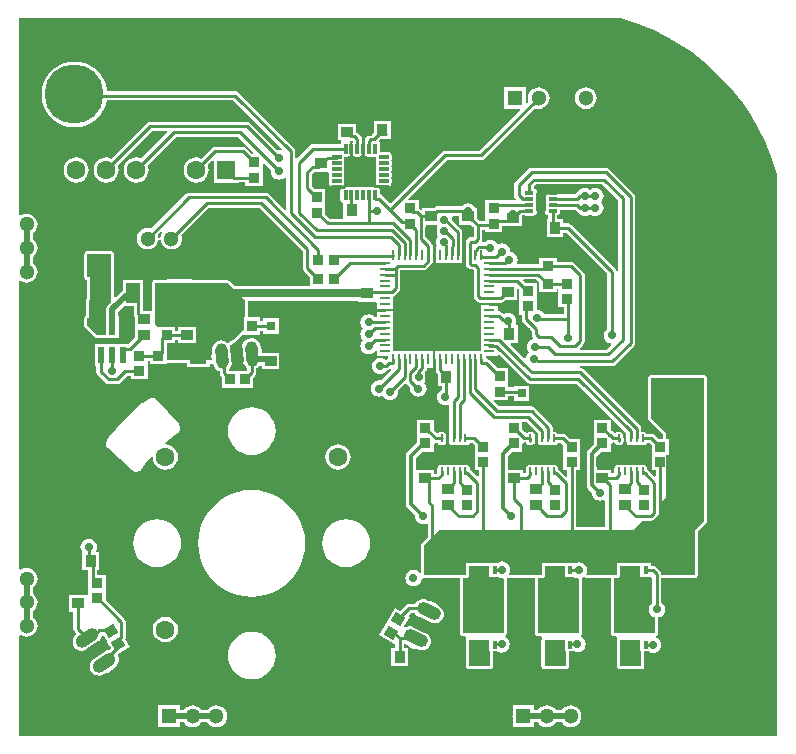
<source format=gtl>
G04*
G04 #@! TF.GenerationSoftware,Altium Limited,Altium Designer,24.4.1 (13)*
G04*
G04 Layer_Physical_Order=1*
G04 Layer_Color=255*
%FSLAX44Y44*%
%MOMM*%
G71*
G04*
G04 #@! TF.SameCoordinates,8FCA56C2-8F78-4201-AFF4-6E38B21BD071*
G04*
G04*
G04 #@! TF.FilePolarity,Positive*
G04*
G01*
G75*
%ADD12C,0.7120*%
%ADD13C,0.2540*%
%ADD21C,0.3500*%
%ADD24R,0.9500X0.8500*%
%ADD25R,1.0000X0.9000*%
%ADD26R,0.3400X0.8000*%
%ADD27R,0.4200X0.6600*%
G04:AMPARAMS|DCode=28|XSize=0.6mm|YSize=0.24mm|CornerRadius=0.03mm|HoleSize=0mm|Usage=FLASHONLY|Rotation=90.000|XOffset=0mm|YOffset=0mm|HoleType=Round|Shape=RoundedRectangle|*
%AMROUNDEDRECTD28*
21,1,0.6000,0.1800,0,0,90.0*
21,1,0.5400,0.2400,0,0,90.0*
1,1,0.0600,0.0900,0.2700*
1,1,0.0600,0.0900,-0.2700*
1,1,0.0600,-0.0900,-0.2700*
1,1,0.0600,-0.0900,0.2700*
%
%ADD28ROUNDEDRECTD28*%
%ADD29R,0.9000X1.0000*%
%ADD30R,2.5500X2.4500*%
%ADD31R,0.2600X0.8600*%
%ADD32R,0.8600X0.2600*%
%ADD33R,2.7000X1.3000*%
%ADD34R,0.8000X0.8000*%
%ADD35R,6.0000X6.0000*%
G04:AMPARAMS|DCode=36|XSize=0.8mm|YSize=0.35mm|CornerRadius=0.0438mm|HoleSize=0mm|Usage=FLASHONLY|Rotation=180.000|XOffset=0mm|YOffset=0mm|HoleType=Round|Shape=RoundedRectangle|*
%AMROUNDEDRECTD36*
21,1,0.8000,0.2625,0,0,180.0*
21,1,0.7125,0.3500,0,0,180.0*
1,1,0.0875,-0.3563,0.1313*
1,1,0.0875,0.3563,0.1313*
1,1,0.0875,0.3563,-0.1313*
1,1,0.0875,-0.3563,-0.1313*
%
%ADD36ROUNDEDRECTD36*%
G04:AMPARAMS|DCode=37|XSize=0.85mm|YSize=0.35mm|CornerRadius=0.0438mm|HoleSize=0mm|Usage=FLASHONLY|Rotation=270.000|XOffset=0mm|YOffset=0mm|HoleType=Round|Shape=RoundedRectangle|*
%AMROUNDEDRECTD37*
21,1,0.8500,0.2625,0,0,270.0*
21,1,0.7625,0.3500,0,0,270.0*
1,1,0.0875,-0.1313,-0.3813*
1,1,0.0875,-0.1313,0.3813*
1,1,0.0875,0.1313,0.3813*
1,1,0.0875,0.1313,-0.3813*
%
%ADD37ROUNDEDRECTD37*%
%ADD38R,0.6000X1.3500*%
%ADD39R,1.3000X1.4000*%
%ADD40R,1.2000X1.7500*%
%ADD41R,1.4000X1.3000*%
G04:AMPARAMS|DCode=42|XSize=0.95mm|YSize=0.85mm|CornerRadius=0mm|HoleSize=0mm|Usage=FLASHONLY|Rotation=30.000|XOffset=0mm|YOffset=0mm|HoleType=Round|Shape=Rectangle|*
%AMROTATEDRECTD42*
4,1,4,-0.1989,-0.6056,-0.6239,0.1306,0.1989,0.6056,0.6239,-0.1306,-0.1989,-0.6056,0.0*
%
%ADD42ROTATEDRECTD42*%

G04:AMPARAMS|DCode=43|XSize=0.95mm|YSize=0.85mm|CornerRadius=0mm|HoleSize=0mm|Usage=FLASHONLY|Rotation=150.000|XOffset=0mm|YOffset=0mm|HoleType=Round|Shape=Rectangle|*
%AMROTATEDRECTD43*
4,1,4,0.6239,0.1306,0.1989,-0.6056,-0.6239,-0.1306,-0.1989,0.6056,0.6239,0.1306,0.0*
%
%ADD43ROTATEDRECTD43*%

G04:AMPARAMS|DCode=44|XSize=0.74mm|YSize=0.28mm|CornerRadius=0.035mm|HoleSize=0mm|Usage=FLASHONLY|Rotation=180.000|XOffset=0mm|YOffset=0mm|HoleType=Round|Shape=RoundedRectangle|*
%AMROUNDEDRECTD44*
21,1,0.7400,0.2100,0,0,180.0*
21,1,0.6700,0.2800,0,0,180.0*
1,1,0.0700,-0.3350,0.1050*
1,1,0.0700,0.3350,0.1050*
1,1,0.0700,0.3350,-0.1050*
1,1,0.0700,-0.3350,-0.1050*
%
%ADD44ROUNDEDRECTD44*%
%ADD45R,0.8500X0.9500*%
%ADD82R,0.9000X1.6000*%
G04:AMPARAMS|DCode=83|XSize=1.65mm|YSize=2.4mm|CornerRadius=0.0413mm|HoleSize=0mm|Usage=FLASHONLY|Rotation=90.000|XOffset=0mm|YOffset=0mm|HoleType=Round|Shape=RoundedRectangle|*
%AMROUNDEDRECTD83*
21,1,1.6500,2.3175,0,0,90.0*
21,1,1.5675,2.4000,0,0,90.0*
1,1,0.0825,1.1588,0.7838*
1,1,0.0825,1.1588,-0.7838*
1,1,0.0825,-1.1588,-0.7838*
1,1,0.0825,-1.1588,0.7838*
%
%ADD83ROUNDEDRECTD83*%
%ADD84R,2.7000X2.6000*%
%ADD85C,0.5120*%
%ADD86C,0.5080*%
%ADD87C,0.7080*%
%ADD88C,1.3000*%
%ADD89R,1.3000X1.3000*%
%ADD90C,1.6000*%
%ADD91C,5.0000*%
G04:AMPARAMS|DCode=92|XSize=2.14mm|YSize=1.07mm|CornerRadius=0mm|HoleSize=0mm|Usage=FLASHONLY|Rotation=214.480|XOffset=0mm|YOffset=0mm|HoleType=Round|Shape=Round|*
%AMOVALD92*
21,1,1.0700,1.0700,0.0000,0.0000,214.48*
1,1,1.0700,0.4410,0.3029*
1,1,1.0700,-0.4410,-0.3029*
%
%ADD92OVALD92*%

G04:AMPARAMS|DCode=93|XSize=2.14mm|YSize=1.07mm|CornerRadius=0mm|HoleSize=0mm|Usage=FLASHONLY|Rotation=334.480|XOffset=0mm|YOffset=0mm|HoleType=Round|Shape=Round|*
%AMOVALD93*
21,1,1.0700,1.0700,0.0000,0.0000,334.48*
1,1,1.0700,-0.4828,0.2305*
1,1,1.0700,0.4828,-0.2305*
%
%ADD93OVALD93*%

G04:AMPARAMS|DCode=94|XSize=2.14mm|YSize=1.07mm|CornerRadius=0mm|HoleSize=0mm|Usage=FLASHONLY|Rotation=94.480|XOffset=0mm|YOffset=0mm|HoleType=Round|Shape=Round|*
%AMOVALD94*
21,1,1.0700,1.0700,0.0000,0.0000,94.48*
1,1,1.0700,0.0418,-0.5334*
1,1,1.0700,-0.0418,0.5334*
%
%ADD94OVALD94*%

%ADD95R,1.6000X1.6000*%
%ADD96C,1.5000*%
%ADD97R,1.3000X1.3000*%
%ADD98C,0.7000*%
G36*
X317638Y443315D02*
X329263Y439246D01*
X340602Y434441D01*
X351612Y428919D01*
X362243Y422704D01*
X372456Y415821D01*
X382207Y408297D01*
X391455Y400164D01*
X400164Y391455D01*
X408297Y382207D01*
X415821Y372456D01*
X422704Y362243D01*
X428919Y351612D01*
X434441Y340602D01*
X439246Y329263D01*
X443315Y317638D01*
X444780Y312397D01*
X444780Y-163180D01*
X-196780D01*
Y-78113D01*
X-195641Y-77551D01*
X-195099Y-77966D01*
X-192881Y-78885D01*
X-190500Y-79199D01*
X-188119Y-78885D01*
X-185901Y-77966D01*
X-183995Y-76505D01*
X-182534Y-74599D01*
X-181615Y-72381D01*
X-181301Y-70000D01*
X-181615Y-67619D01*
X-182534Y-65401D01*
X-183995Y-63496D01*
X-185320Y-62479D01*
Y-57521D01*
X-183995Y-56505D01*
X-182534Y-54599D01*
X-181615Y-52381D01*
X-181301Y-50000D01*
X-181615Y-47619D01*
X-182534Y-45401D01*
X-183995Y-43495D01*
X-185320Y-42479D01*
Y-37521D01*
X-183995Y-36504D01*
X-182534Y-34599D01*
X-181615Y-32381D01*
X-181301Y-30000D01*
X-181615Y-27619D01*
X-182534Y-25401D01*
X-183995Y-23496D01*
X-185901Y-22034D01*
X-188119Y-21115D01*
X-190500Y-20801D01*
X-192881Y-21115D01*
X-195099Y-22034D01*
X-195641Y-22449D01*
X-196780Y-21887D01*
X-196780Y221887D01*
X-195641Y222449D01*
X-195099Y222034D01*
X-192881Y221115D01*
X-190500Y220801D01*
X-188119Y221115D01*
X-185901Y222034D01*
X-183995Y223496D01*
X-182534Y225401D01*
X-181615Y227619D01*
X-181301Y230000D01*
X-181615Y232381D01*
X-182534Y234599D01*
X-183995Y236504D01*
X-185320Y237521D01*
Y242479D01*
X-183995Y243496D01*
X-182534Y245401D01*
X-181615Y247619D01*
X-181301Y250000D01*
X-181615Y252381D01*
X-182534Y254599D01*
X-183995Y256504D01*
X-185320Y257521D01*
Y262479D01*
X-183995Y263496D01*
X-182534Y265401D01*
X-181615Y267619D01*
X-181301Y270000D01*
X-181615Y272381D01*
X-182534Y274599D01*
X-183995Y276504D01*
X-185901Y277966D01*
X-188119Y278885D01*
X-190500Y279199D01*
X-192881Y278885D01*
X-195099Y277966D01*
X-195641Y277551D01*
X-196780Y278113D01*
X-196780Y444780D01*
X312397D01*
X317638Y443315D01*
D02*
G37*
%LPC*%
G36*
X283000Y386199D02*
X280619Y385885D01*
X278401Y384966D01*
X276496Y383504D01*
X275034Y381599D01*
X274115Y379381D01*
X273801Y377000D01*
X274115Y374619D01*
X275034Y372401D01*
X276496Y370496D01*
X278401Y369034D01*
X280619Y368115D01*
X283000Y367801D01*
X285381Y368115D01*
X287599Y369034D01*
X289505Y370496D01*
X290966Y372401D01*
X291885Y374619D01*
X292199Y377000D01*
X291885Y379381D01*
X290966Y381599D01*
X289505Y383504D01*
X287599Y384966D01*
X285381Y385885D01*
X283000Y386199D01*
D02*
G37*
G36*
X-150000Y407625D02*
X-154321Y407285D01*
X-158537Y406273D01*
X-162542Y404614D01*
X-166238Y402349D01*
X-169534Y399534D01*
X-172349Y396238D01*
X-174614Y392542D01*
X-176273Y388537D01*
X-177285Y384322D01*
X-177625Y380000D01*
X-177285Y375678D01*
X-176273Y371463D01*
X-174614Y367458D01*
X-172349Y363762D01*
X-169534Y360466D01*
X-166238Y357651D01*
X-162542Y355386D01*
X-158537Y353727D01*
X-154321Y352715D01*
X-150000Y352375D01*
X-145679Y352715D01*
X-141463Y353727D01*
X-137458Y355386D01*
X-133762Y357651D01*
X-130466Y360466D01*
X-127651Y363762D01*
X-125386Y367458D01*
X-123727Y371463D01*
X-122850Y375115D01*
X-15609D01*
X25895Y333612D01*
X25175Y332535D01*
X24793Y332693D01*
X23000Y332929D01*
X21731Y332762D01*
X-1253Y355747D01*
X-2513Y356589D01*
X-4000Y356885D01*
X-86100D01*
X-87587Y356589D01*
X-88847Y355747D01*
X-118856Y325737D01*
X-120328Y326347D01*
X-123100Y326712D01*
X-125872Y326347D01*
X-128456Y325277D01*
X-130674Y323574D01*
X-132377Y321356D01*
X-133447Y318772D01*
X-133812Y316000D01*
X-133447Y313228D01*
X-132377Y310644D01*
X-130674Y308426D01*
X-128456Y306723D01*
X-125872Y305653D01*
X-123100Y305288D01*
X-120328Y305653D01*
X-117744Y306723D01*
X-115526Y308426D01*
X-113823Y310644D01*
X-112753Y313228D01*
X-112388Y316000D01*
X-112753Y318772D01*
X-113363Y320244D01*
X-84491Y349115D01*
X-71738D01*
X-71252Y347942D01*
X-93456Y325737D01*
X-94928Y326347D01*
X-97700Y326712D01*
X-100472Y326347D01*
X-103056Y325277D01*
X-105274Y323574D01*
X-106977Y321356D01*
X-108047Y318772D01*
X-108412Y316000D01*
X-108047Y313228D01*
X-106977Y310644D01*
X-105274Y308426D01*
X-103056Y306723D01*
X-100472Y305653D01*
X-97700Y305288D01*
X-94928Y305653D01*
X-92344Y306723D01*
X-90126Y308426D01*
X-88423Y310644D01*
X-87353Y313228D01*
X-86988Y316000D01*
X-87353Y318772D01*
X-87963Y320244D01*
X-64091Y344115D01*
X-11609D01*
X1471Y331035D01*
X1016Y329694D01*
X384Y329610D01*
X-4753Y334747D01*
X-6013Y335589D01*
X-7500Y335885D01*
X-30900D01*
X-32387Y335589D01*
X-33647Y334747D01*
X-42656Y325737D01*
X-44128Y326347D01*
X-46900Y326712D01*
X-49672Y326347D01*
X-52256Y325277D01*
X-54474Y323574D01*
X-56177Y321356D01*
X-57247Y318772D01*
X-57612Y316000D01*
X-57247Y313228D01*
X-56177Y310644D01*
X-54474Y308426D01*
X-52256Y306723D01*
X-49672Y305653D01*
X-46900Y305288D01*
X-44128Y305653D01*
X-41544Y306723D01*
X-39326Y308426D01*
X-37623Y310644D01*
X-36553Y313228D01*
X-36188Y316000D01*
X-36553Y318772D01*
X-37163Y320244D01*
X-33213Y324193D01*
X-32040Y323707D01*
Y317304D01*
X-32212Y316000D01*
X-32040Y314696D01*
Y305460D01*
X-22804D01*
X-21500Y305288D01*
X-20196Y305460D01*
X-10960D01*
Y305615D01*
X-5290D01*
Y302710D01*
X9290D01*
Y315710D01*
Y321557D01*
X10463Y322043D01*
X16408Y316098D01*
X16241Y314830D01*
X16477Y313037D01*
X17169Y311365D01*
X18270Y309930D01*
X19705Y308829D01*
X21377Y308137D01*
X23170Y307901D01*
X24964Y308137D01*
X26635Y308829D01*
X27845Y309758D01*
X29115Y309395D01*
Y283038D01*
X27942Y282552D01*
X14747Y295747D01*
X13487Y296589D01*
X12000Y296885D01*
X-53000D01*
X-54487Y296589D01*
X-55747Y295747D01*
X-84904Y266589D01*
X-85619Y266885D01*
X-88000Y267199D01*
X-90381Y266885D01*
X-92599Y265966D01*
X-94504Y264504D01*
X-95966Y262599D01*
X-96885Y260381D01*
X-97199Y258000D01*
X-96885Y255619D01*
X-95966Y253401D01*
X-94504Y251495D01*
X-92599Y250034D01*
X-90381Y249115D01*
X-88000Y248801D01*
X-85619Y249115D01*
X-83401Y250034D01*
X-81496Y251495D01*
X-80034Y253401D01*
X-79115Y255619D01*
X-78801Y258000D01*
X-79115Y260381D01*
X-79411Y261096D01*
X-76446Y264060D01*
X-75490Y263221D01*
X-75966Y262599D01*
X-76885Y260381D01*
X-77199Y258000D01*
X-76885Y255619D01*
X-75966Y253401D01*
X-74504Y251495D01*
X-72599Y250034D01*
X-70381Y249115D01*
X-68000Y248801D01*
X-65619Y249115D01*
X-63401Y250034D01*
X-61495Y251495D01*
X-60034Y253401D01*
X-59115Y255619D01*
X-58801Y258000D01*
X-59115Y260381D01*
X-59411Y261096D01*
X-36391Y284115D01*
X6391D01*
X43115Y247391D01*
Y233500D01*
X43411Y232013D01*
X44253Y230753D01*
X49710Y225296D01*
Y217949D01*
X-14287D01*
X-18169Y221831D01*
X-19009Y222393D01*
X-20000Y222590D01*
X-48914Y222590D01*
X-49521Y222995D01*
X-51503Y223389D01*
X-71790D01*
X-71790Y223389D01*
X-72290Y223290D01*
X-83790D01*
Y221859D01*
X-83831Y221831D01*
X-84393Y220991D01*
X-84590Y220000D01*
X-84590Y196790D01*
X-92135D01*
Y204520D01*
X-92210Y204895D01*
Y223290D01*
X-109290D01*
Y214103D01*
X-115237Y208156D01*
X-116410Y208642D01*
Y244820D01*
X-116607Y245812D01*
X-117169Y246652D01*
X-118009Y247213D01*
X-119000Y247410D01*
X-139000D01*
X-139991Y247213D01*
X-140831Y246652D01*
X-141393Y245812D01*
X-141590Y244820D01*
X-141590Y225540D01*
X-141393Y224549D01*
X-140831Y223709D01*
X-139991Y223147D01*
X-139550Y223060D01*
Y207382D01*
X-139717Y207176D01*
X-139894Y206844D01*
X-140103Y206531D01*
X-140128Y206401D01*
X-140191Y206284D01*
X-140226Y205909D01*
X-140300Y205540D01*
Y192646D01*
X-140831Y192291D01*
X-141393Y191451D01*
X-141590Y190460D01*
Y184000D01*
X-141393Y183009D01*
X-140831Y182169D01*
X-133040Y174377D01*
Y173560D01*
X-131753D01*
X-131000Y173410D01*
X-123540Y173410D01*
X-122787Y173560D01*
X-112460D01*
Y192140D01*
X-112800D01*
Y195885D01*
X-107975Y200710D01*
X-99905D01*
Y194270D01*
X-99609Y192783D01*
X-98767Y191523D01*
X-98540Y191296D01*
Y182710D01*
Y174704D01*
X-104729Y168515D01*
X-106770D01*
X-107145Y168440D01*
X-133040D01*
Y149860D01*
X-131385D01*
Y145162D01*
X-131089Y143675D01*
X-130247Y142415D01*
X-123775Y135943D01*
X-122514Y135101D01*
X-121028Y134805D01*
X-114159D01*
X-112672Y135101D01*
X-111412Y135943D01*
X-105740Y141615D01*
X-102290D01*
Y138710D01*
X-87710D01*
Y154615D01*
X-86290D01*
Y151710D01*
X-71710D01*
Y152410D01*
X-54540D01*
Y148960D01*
X-35460D01*
Y151847D01*
X-34216Y152447D01*
X-33945Y152551D01*
X-33565Y152555D01*
X-32810Y152136D01*
X-32628Y151974D01*
X-32523Y151838D01*
X-32246Y150532D01*
X-31303Y148680D01*
X-29914Y147136D01*
X-28172Y146004D01*
X-27067Y145644D01*
Y144182D01*
X-26771Y142695D01*
X-25929Y141435D01*
X-25290Y140796D01*
Y131710D01*
X1290D01*
Y140296D01*
X2908Y141914D01*
X3750Y143175D01*
X4046Y144661D01*
Y148081D01*
X5084Y148609D01*
X6629Y149999D01*
X6639Y150015D01*
X8262Y150208D01*
X8460Y150023D01*
Y147210D01*
X23540D01*
Y161290D01*
X14562D01*
X14060Y161390D01*
X14060Y161390D01*
X9040D01*
X8596Y163486D01*
X7785Y165079D01*
X7677Y166458D01*
X7246Y168491D01*
X6303Y170342D01*
X4914Y171886D01*
X3172Y173018D01*
X1196Y173661D01*
X-878Y173770D01*
X-2911Y173339D01*
X-4762Y172397D01*
X-6306Y171007D01*
X-7438Y169265D01*
X-8081Y167290D01*
X-8191Y165215D01*
X-8082Y163835D01*
X-8635Y162136D01*
X-8758Y159804D01*
X-8273Y157520D01*
X-7463Y155927D01*
X-7355Y154548D01*
X-6923Y152515D01*
X-5981Y150664D01*
X-4591Y149120D01*
X-3724Y148556D01*
Y146290D01*
X-19120D01*
X-19199Y147560D01*
X-18694Y148015D01*
X-17562Y149757D01*
X-16919Y151732D01*
X-16810Y153807D01*
X-16918Y155187D01*
X-16365Y156885D01*
X-16242Y159218D01*
X-16727Y161502D01*
X-17537Y163095D01*
X-17645Y164474D01*
X-18076Y166507D01*
X-18031Y167607D01*
X-17628Y167828D01*
X-17400Y168020D01*
X-17144Y168172D01*
X-15944Y169251D01*
X-14562Y169955D01*
X-14243Y170207D01*
X-13906Y170432D01*
X-7628Y176710D01*
X7290D01*
Y180115D01*
X9960D01*
Y177460D01*
X23040D01*
Y190540D01*
X9960D01*
Y187885D01*
X7290D01*
Y191290D01*
X-3410D01*
X-3410Y205551D01*
X90460D01*
Y204710D01*
X105540D01*
X105810Y203552D01*
Y198660D01*
X119490D01*
Y208836D01*
X120017Y208941D01*
X121277Y209783D01*
X124747Y213253D01*
X125589Y214513D01*
X125885Y216000D01*
Y231115D01*
X145610D01*
X147096Y231411D01*
X148356Y232253D01*
X152217Y236114D01*
X153059Y237374D01*
X153086Y237510D01*
X153340D01*
Y238787D01*
X153355Y238860D01*
Y244199D01*
X153385Y244350D01*
Y251625D01*
X153089Y253112D01*
X152247Y254372D01*
X147615Y259005D01*
Y269710D01*
X156707D01*
X157333Y268440D01*
X156999Y268005D01*
X156307Y266333D01*
X156071Y264540D01*
X156307Y262747D01*
X156999Y261075D01*
X158001Y259770D01*
X156999Y258465D01*
X156307Y256793D01*
X156071Y255000D01*
X156307Y253207D01*
X156616Y252460D01*
X155767Y251190D01*
X155660D01*
Y237510D01*
X178340D01*
Y244126D01*
X178385Y244350D01*
Y263378D01*
X178089Y264865D01*
X177247Y266125D01*
X169855Y273517D01*
X169929Y274080D01*
X169693Y275873D01*
X169455Y276449D01*
X170160Y277505D01*
X175460D01*
Y269710D01*
X185171D01*
X187385Y267495D01*
Y259365D01*
X185988D01*
X184501Y259069D01*
X183241Y258227D01*
X181753Y256739D01*
X180911Y255479D01*
X180615Y253992D01*
Y244350D01*
Y237500D01*
X180911Y236014D01*
X181753Y234753D01*
X183253Y233253D01*
X184513Y232411D01*
X186000Y232115D01*
X187391D01*
X188115Y231391D01*
Y208988D01*
X188411Y207501D01*
X189253Y206241D01*
X190741Y204753D01*
X192001Y203911D01*
X193488Y203615D01*
X211250D01*
X212737Y203911D01*
X213997Y204753D01*
X214954Y205710D01*
X224540D01*
Y215307D01*
X225713Y215793D01*
X226710Y214796D01*
Y206710D01*
Y193710D01*
X228605D01*
Y189510D01*
X228901Y188023D01*
X229743Y186763D01*
X237043Y179464D01*
Y177073D01*
X237338Y175586D01*
X238180Y174326D01*
X238613Y173893D01*
X238505Y173574D01*
X238073Y172638D01*
X236535Y172001D01*
X235100Y170899D01*
X233999Y169464D01*
X233306Y167793D01*
X233070Y166000D01*
X233306Y164206D01*
X233999Y162535D01*
X234826Y161457D01*
X234100Y160900D01*
X232999Y159465D01*
X232307Y157793D01*
X232213Y157077D01*
X230872Y156622D01*
X219207Y168287D01*
X219693Y169460D01*
X225290D01*
Y184540D01*
X224146D01*
X223440Y185596D01*
X223693Y186207D01*
X223929Y188000D01*
X223693Y189793D01*
X223001Y191465D01*
X221900Y192900D01*
X220465Y194001D01*
X218793Y194693D01*
X217000Y194929D01*
X215207Y194693D01*
X213535Y194001D01*
X213489Y193965D01*
X212207Y195247D01*
X210947Y196089D01*
X209460Y196385D01*
X208190D01*
Y201340D01*
X194510D01*
Y193660D01*
Y183660D01*
Y173660D01*
Y162490D01*
X155660D01*
Y155875D01*
X155615Y155650D01*
Y146750D01*
X155911Y145263D01*
X156753Y144003D01*
X157710Y143046D01*
Y133460D01*
X160865D01*
Y130138D01*
X160535Y130001D01*
X159100Y128900D01*
X157999Y127465D01*
X157307Y125793D01*
X157071Y124000D01*
X157307Y122207D01*
X157999Y120535D01*
X159100Y119100D01*
X160535Y117999D01*
X162207Y117307D01*
X164000Y117071D01*
X165793Y117307D01*
X166059Y117417D01*
X167115Y116711D01*
Y89000D01*
X167204Y88553D01*
Y86300D01*
X167425Y85192D01*
X168053Y84253D01*
X168992Y83625D01*
X170100Y83404D01*
X171900D01*
X173008Y83625D01*
X173500Y83953D01*
X173992Y83625D01*
X175100Y83404D01*
X176900D01*
X178008Y83625D01*
X178500Y83953D01*
X178992Y83625D01*
X180100Y83404D01*
X181900D01*
X183008Y83625D01*
X183948Y84253D01*
X184524Y85115D01*
X186891D01*
X188710Y83296D01*
Y74710D01*
Y61710D01*
X192115D01*
Y57038D01*
X190942Y56552D01*
X185477Y62017D01*
X184796Y62472D01*
Y63700D01*
X184575Y64808D01*
X183948Y65747D01*
X183008Y66375D01*
X181900Y66596D01*
X180100D01*
X178992Y66375D01*
X178500Y66047D01*
X178008Y66375D01*
X176900Y66596D01*
X175100D01*
X173992Y66375D01*
X173500Y66047D01*
X173008Y66375D01*
X171900Y66596D01*
X170100D01*
X168992Y66375D01*
X168500Y66047D01*
X168008Y66375D01*
X166900Y66596D01*
X165100D01*
X163992Y66375D01*
X163500Y66047D01*
X163008Y66375D01*
X161900Y66596D01*
X160100D01*
X158992Y66375D01*
X158053Y65747D01*
X157425Y64808D01*
X157204Y63700D01*
Y61447D01*
X157115Y61000D01*
Y59609D01*
X156391Y58885D01*
X154540D01*
Y62290D01*
X139460D01*
X139324Y63504D01*
Y72138D01*
X144889Y77703D01*
X144923Y77710D01*
X154000D01*
Y78750D01*
X154290D01*
Y84131D01*
X155560Y85173D01*
X155850Y85115D01*
X157476D01*
X158053Y84253D01*
X158992Y83625D01*
X160100Y83404D01*
X161900D01*
X163008Y83625D01*
X163948Y84253D01*
X164575Y85192D01*
X164796Y86300D01*
Y88904D01*
X164815Y89000D01*
X164796Y89095D01*
Y91700D01*
X164575Y92808D01*
X163948Y93748D01*
X163008Y94375D01*
X161900Y94596D01*
X160100D01*
X158992Y94375D01*
X158053Y93748D01*
X156553Y93790D01*
X154290Y96053D01*
Y104290D01*
X148058D01*
X147000Y104429D01*
X145942Y104290D01*
X139710D01*
Y90710D01*
Y84896D01*
X131857Y77043D01*
X130909Y75624D01*
X130576Y73950D01*
Y33050D01*
X130909Y31376D01*
X131857Y29957D01*
X138157Y23657D01*
X138071Y23000D01*
X138307Y21207D01*
X138999Y19535D01*
X140100Y18100D01*
X141535Y16999D01*
X143207Y16307D01*
X145000Y16071D01*
X146793Y16307D01*
X147845Y16743D01*
X149115Y15990D01*
Y5001D01*
X149152Y4815D01*
X144377Y40D01*
X143960D01*
Y-481D01*
X143607Y-1008D01*
X143410Y-1999D01*
X143410Y-24483D01*
X142140Y-24914D01*
X141900Y-24600D01*
X140465Y-23499D01*
X138793Y-22807D01*
X137000Y-22571D01*
X135207Y-22807D01*
X133535Y-23499D01*
X132100Y-24600D01*
X130999Y-26035D01*
X130307Y-27707D01*
X130071Y-29500D01*
X130307Y-31293D01*
X130999Y-32965D01*
X132100Y-34400D01*
X133535Y-35501D01*
X135207Y-36193D01*
X137000Y-36429D01*
X138793Y-36193D01*
X140465Y-35501D01*
X141900Y-34400D01*
X143001Y-32965D01*
X143693Y-31293D01*
X143845Y-30142D01*
X144843Y-29499D01*
X145075Y-29429D01*
X145164Y-29424D01*
X146000Y-29590D01*
X176110D01*
X176110Y-76000D01*
X176307Y-76991D01*
X176869Y-77831D01*
X177709Y-78393D01*
X178700Y-78590D01*
X180826D01*
X181610Y-79860D01*
X181610Y-79860D01*
X181610D01*
X181585Y-81120D01*
X181410Y-82000D01*
X181410Y-104000D01*
X181607Y-104991D01*
X182169Y-105831D01*
X183009Y-106393D01*
X184000Y-106590D01*
X202000Y-106590D01*
X202991Y-106393D01*
X203831Y-105831D01*
X204393Y-104991D01*
X204590Y-104000D01*
X204590Y-91540D01*
X208050D01*
X208156Y-91622D01*
X209828Y-92314D01*
X211621Y-92550D01*
X213414Y-92314D01*
X215086Y-91622D01*
X216521Y-90521D01*
X217622Y-89086D01*
X218314Y-87415D01*
X218550Y-85621D01*
X218314Y-83828D01*
X217622Y-82156D01*
X216521Y-80721D01*
X215086Y-79620D01*
X214777Y-79492D01*
X214731Y-78099D01*
X215131Y-77831D01*
X215693Y-76991D01*
X215890Y-76000D01*
Y-68500D01*
X215890Y-30044D01*
X215873Y-29960D01*
X215884Y-29875D01*
X215852Y-29755D01*
X216462Y-29235D01*
X216463Y-29234D01*
X216988Y-29056D01*
X217164Y-29158D01*
X217515Y-29393D01*
X217600Y-29409D01*
X217674Y-29452D01*
X218092Y-29508D01*
X218506Y-29590D01*
X240110D01*
X240110Y-76000D01*
X240307Y-76991D01*
X240869Y-77831D01*
X241709Y-78393D01*
X242700Y-78590D01*
X244825D01*
X245610Y-79860D01*
X245610Y-79860D01*
X245610D01*
X245585Y-81120D01*
X245410Y-82000D01*
X245410Y-104000D01*
X245607Y-104991D01*
X246169Y-105831D01*
X247009Y-106393D01*
X248000Y-106590D01*
X266000Y-106590D01*
X266991Y-106393D01*
X267831Y-105831D01*
X268393Y-104991D01*
X268590Y-104000D01*
X268590Y-91540D01*
X273440D01*
X274090Y-91809D01*
X275884Y-92045D01*
X277677Y-91809D01*
X279348Y-91117D01*
X280784Y-90016D01*
X281885Y-88581D01*
X282577Y-86910D01*
X282813Y-85116D01*
X282577Y-83323D01*
X281885Y-81652D01*
X280784Y-80217D01*
X279417Y-79168D01*
X279344Y-79091D01*
X279194Y-78203D01*
X279226Y-77690D01*
X279692Y-76991D01*
X279890Y-76000D01*
Y-74200D01*
X279890Y-74200D01*
Y-68500D01*
X279890Y-68500D01*
X279890Y-30192D01*
X279873Y-30108D01*
X279884Y-30023D01*
X279775Y-29615D01*
X279715Y-29312D01*
X280465Y-29001D01*
X280950Y-28629D01*
X282294Y-28831D01*
X282489Y-28962D01*
X282652Y-29130D01*
X282905Y-29240D01*
X283134Y-29393D01*
X283364Y-29438D01*
X283579Y-29532D01*
X283855Y-29536D01*
X284125Y-29590D01*
X304110D01*
Y-68500D01*
Y-76000D01*
X304307Y-76991D01*
X304869Y-77831D01*
X305709Y-78393D01*
X306700Y-78590D01*
X308826D01*
X309610Y-79860D01*
X309610Y-79860D01*
X309610D01*
X309585Y-81120D01*
X309410Y-82000D01*
X309410Y-104000D01*
X309607Y-104991D01*
X310169Y-105831D01*
X311009Y-106393D01*
X312000Y-106590D01*
X330000Y-106590D01*
X330991Y-106393D01*
X331831Y-105831D01*
X332393Y-104991D01*
X332590Y-104000D01*
X332590Y-91540D01*
X336130D01*
X336535Y-91851D01*
X338207Y-92543D01*
X340000Y-92779D01*
X341793Y-92543D01*
X343465Y-91851D01*
X344900Y-90750D01*
X346001Y-89315D01*
X346693Y-87643D01*
X346929Y-85850D01*
X346693Y-84057D01*
X346001Y-82385D01*
X344900Y-80950D01*
X343465Y-79849D01*
X342698Y-79532D01*
X342660Y-79425D01*
X342665Y-78143D01*
X343131Y-77831D01*
X343693Y-76991D01*
X343890Y-76000D01*
Y-74200D01*
X343890Y-74200D01*
Y-68500D01*
X343890Y-68500D01*
Y-62812D01*
X344793Y-62693D01*
X346465Y-62001D01*
X347900Y-60900D01*
X349001Y-59465D01*
X349693Y-57793D01*
X349929Y-56000D01*
X349693Y-54207D01*
X349001Y-52535D01*
X347900Y-51100D01*
X346885Y-50321D01*
Y-29590D01*
X375000D01*
X375991Y-29393D01*
X376831Y-28831D01*
X377393Y-27991D01*
X377590Y-27000D01*
X377590Y9927D01*
X384831Y17168D01*
X385393Y18008D01*
X385590Y19000D01*
X385590Y140000D01*
X385393Y140991D01*
X384831Y141831D01*
X383991Y142393D01*
X383000Y142590D01*
X338000Y142590D01*
X337009Y142393D01*
X336169Y141831D01*
X335607Y140991D01*
X335410Y140000D01*
X335410Y106000D01*
X335607Y105009D01*
X336169Y104169D01*
X348410Y91927D01*
Y88290D01*
X344704D01*
X341247Y91747D01*
X339987Y92589D01*
X338500Y92885D01*
X334524D01*
X333948Y93748D01*
X333008Y94375D01*
X331900Y94596D01*
X330100D01*
X329885Y94772D01*
Y97000D01*
X329589Y98487D01*
X328747Y99747D01*
X280747Y147747D01*
X279487Y148589D01*
X278198Y148845D01*
X278323Y150115D01*
X305000D01*
X306487Y150411D01*
X307747Y151253D01*
X323747Y167253D01*
X324589Y168513D01*
X324885Y170000D01*
Y293000D01*
X324589Y294487D01*
X323747Y295747D01*
X302747Y316747D01*
X301487Y317589D01*
X300000Y317885D01*
X237000D01*
X235513Y317589D01*
X234253Y316747D01*
X223305Y305799D01*
X222463Y304539D01*
X222167Y303052D01*
Y294948D01*
X222463Y293462D01*
X223305Y292201D01*
X223949Y291558D01*
X223463Y290385D01*
X208500D01*
X208024Y290290D01*
X197710D01*
Y276710D01*
Y272989D01*
X192879D01*
X190540Y275328D01*
Y283790D01*
X189280D01*
X189001Y284465D01*
X187900Y285900D01*
X186465Y287001D01*
X184793Y287693D01*
X183000Y287929D01*
X181207Y287693D01*
X179535Y287001D01*
X178100Y285900D01*
X177621Y285275D01*
X168000D01*
X168000Y285275D01*
X157140D01*
X155653Y284979D01*
X154393Y284137D01*
X154046Y283790D01*
X152808D01*
X151750Y283929D01*
X150692Y283790D01*
X144460D01*
Y282967D01*
X143287Y282481D01*
X142501Y283267D01*
X141290Y284076D01*
Y290290D01*
X135058D01*
X134000Y290429D01*
X132942Y290290D01*
X132601D01*
X132115Y291463D01*
X165175Y324524D01*
X194409D01*
X195895Y324820D01*
X197155Y325662D01*
X239904Y368411D01*
X240619Y368115D01*
X243000Y367801D01*
X245381Y368115D01*
X247599Y369034D01*
X249505Y370496D01*
X250966Y372401D01*
X251885Y374619D01*
X252199Y377000D01*
X251885Y379381D01*
X250966Y381599D01*
X249505Y383504D01*
X247599Y384966D01*
X245381Y385885D01*
X243000Y386199D01*
X240619Y385885D01*
X238401Y384966D01*
X236495Y383504D01*
X235034Y381599D01*
X234115Y379381D01*
X233801Y377000D01*
X234115Y374619D01*
X234411Y373904D01*
X233213Y372707D01*
X232040Y373193D01*
Y375795D01*
X232199Y377000D01*
X232040Y378205D01*
Y386040D01*
X224205D01*
X223000Y386199D01*
X221795Y386040D01*
X213960D01*
Y378205D01*
X213801Y377000D01*
X213960Y375795D01*
Y367960D01*
X221795D01*
X223000Y367801D01*
X224205Y367960D01*
X226807D01*
X227293Y366787D01*
X192799Y332293D01*
X163566D01*
X162080Y331997D01*
X160820Y331155D01*
X117204Y287540D01*
X110227Y294517D01*
X108967Y295359D01*
X108848Y295382D01*
Y298563D01*
X108617Y299724D01*
X107959Y300709D01*
X106974Y301367D01*
X105813Y301598D01*
X103188D01*
X102026Y301367D01*
X102000Y301350D01*
X101974Y301367D01*
X100813Y301598D01*
X98188D01*
X97026Y301367D01*
X97000Y301350D01*
X96974Y301367D01*
X95813Y301598D01*
X93188D01*
X92026Y301367D01*
X92000Y301350D01*
X91974Y301367D01*
X90813Y301598D01*
X88188D01*
X87026Y301367D01*
X87000Y301350D01*
X86974Y301367D01*
X85813Y301598D01*
X83188D01*
X82026Y301367D01*
X82000Y301350D01*
X81974Y301367D01*
X80813Y301598D01*
X78187D01*
X77026Y301367D01*
X76041Y300709D01*
X75383Y299724D01*
X75152Y298563D01*
Y290938D01*
X75383Y289776D01*
X76041Y288791D01*
X77026Y288133D01*
X77710Y287997D01*
Y274885D01*
X66109D01*
X62290Y278704D01*
Y286210D01*
Y299790D01*
X53704D01*
X50885Y302609D01*
Y312391D01*
X53204Y314710D01*
X64385D01*
X65427Y313440D01*
X65402Y313312D01*
Y310688D01*
X65633Y309526D01*
X65650Y309500D01*
X65633Y309474D01*
X65402Y308312D01*
Y305688D01*
X65633Y304526D01*
X66291Y303541D01*
X67276Y302883D01*
X68438Y302652D01*
X75563D01*
X76724Y302883D01*
X77709Y303541D01*
X78367Y304526D01*
X78598Y305688D01*
Y308312D01*
X78367Y309474D01*
X78350Y309500D01*
X78367Y309526D01*
X78598Y310688D01*
Y313312D01*
X78367Y314474D01*
X78350Y314500D01*
X78367Y314526D01*
X78598Y315688D01*
Y318312D01*
X78367Y319474D01*
X78350Y319500D01*
X78367Y319526D01*
X78598Y320687D01*
Y323312D01*
X78367Y324474D01*
X78350Y324500D01*
X78367Y324526D01*
X78598Y325687D01*
Y327402D01*
X80813D01*
X81974Y327633D01*
X82959Y328291D01*
X83617Y329276D01*
X83848Y330438D01*
Y338063D01*
X83617Y339224D01*
X83139Y339940D01*
X83463Y340889D01*
X83702Y341210D01*
X83855D01*
X84230Y341135D01*
X85121D01*
X85615Y340641D01*
Y339572D01*
X85383Y339224D01*
X85152Y338063D01*
Y330438D01*
X85383Y329276D01*
X86041Y328291D01*
X87026Y327633D01*
X88188Y327402D01*
X90813D01*
X91974Y327633D01*
X92959Y328291D01*
X93617Y329276D01*
X93848Y330438D01*
Y338063D01*
X93617Y339224D01*
X93385Y339572D01*
Y342250D01*
X93089Y343737D01*
X92247Y344997D01*
X89477Y347767D01*
X88540Y348393D01*
Y355290D01*
X73460D01*
Y341210D01*
X75298D01*
X75536Y340889D01*
X75861Y339940D01*
X75383Y339224D01*
X75166Y338135D01*
X52250D01*
X50763Y337839D01*
X49503Y336997D01*
X38155Y325648D01*
X36885Y326174D01*
Y332000D01*
X36589Y333487D01*
X35747Y334747D01*
X-11253Y381747D01*
X-12513Y382589D01*
X-14000Y382885D01*
X-122602D01*
X-122715Y384322D01*
X-123727Y388537D01*
X-125386Y392542D01*
X-127651Y396238D01*
X-130466Y399534D01*
X-133762Y402349D01*
X-137458Y404614D01*
X-141463Y406273D01*
X-145679Y407285D01*
X-150000Y407625D01*
D02*
G37*
G36*
X117790Y357540D02*
X103710D01*
Y347954D01*
X102101Y346345D01*
X100988D01*
X99501Y346049D01*
X98241Y345207D01*
X96753Y343719D01*
X95911Y342459D01*
X95615Y340972D01*
Y339572D01*
X95383Y339224D01*
X95152Y338063D01*
Y334933D01*
X95115Y334750D01*
X95152Y334567D01*
Y330438D01*
X95383Y329276D01*
X96041Y328291D01*
X97026Y327633D01*
X98188Y327402D01*
X100813D01*
X101974Y327633D01*
X102000Y327650D01*
X102026Y327633D01*
X103188Y327402D01*
X105402D01*
Y325687D01*
X105633Y324526D01*
X105650Y324500D01*
X105633Y324474D01*
X105402Y323312D01*
Y320687D01*
X105633Y319526D01*
X105650Y319500D01*
X105633Y319474D01*
X105402Y318312D01*
Y315688D01*
X105633Y314526D01*
X105650Y314500D01*
X105633Y314474D01*
X105402Y313312D01*
Y310688D01*
X105633Y309526D01*
X105650Y309500D01*
X105633Y309474D01*
X105402Y308312D01*
Y305688D01*
X105633Y304526D01*
X106291Y303541D01*
X107276Y302883D01*
X108438Y302652D01*
X115562D01*
X116724Y302883D01*
X117709Y303541D01*
X118367Y304526D01*
X118598Y305688D01*
Y308312D01*
X118367Y309474D01*
X118350Y309500D01*
X118367Y309526D01*
X118598Y310688D01*
Y313312D01*
X118367Y314474D01*
X118350Y314500D01*
X118367Y314526D01*
X118598Y315688D01*
Y318312D01*
X118367Y319474D01*
X118350Y319500D01*
X118367Y319526D01*
X118598Y320687D01*
Y323312D01*
X118367Y324474D01*
X118350Y324500D01*
X118367Y324526D01*
X118598Y325687D01*
Y328312D01*
X118367Y329474D01*
X117709Y330459D01*
X116724Y331117D01*
X115562Y331348D01*
X108848D01*
Y338063D01*
X108617Y339224D01*
X107959Y340209D01*
X107869Y341125D01*
X109204Y342460D01*
X113605D01*
X113980Y342385D01*
X114355Y342460D01*
X117790D01*
Y345895D01*
X117865Y346270D01*
X117790Y346645D01*
Y357540D01*
D02*
G37*
G36*
X-148500Y326712D02*
X-151272Y326347D01*
X-153856Y325277D01*
X-156074Y323574D01*
X-157777Y321356D01*
X-158847Y318772D01*
X-159212Y316000D01*
X-158847Y313228D01*
X-157777Y310644D01*
X-156074Y308426D01*
X-153856Y306723D01*
X-151272Y305653D01*
X-148500Y305288D01*
X-145728Y305653D01*
X-143144Y306723D01*
X-140926Y308426D01*
X-139223Y310644D01*
X-138153Y313228D01*
X-137788Y316000D01*
X-138153Y318772D01*
X-139223Y321356D01*
X-140926Y323574D01*
X-143144Y325277D01*
X-145728Y326347D01*
X-148500Y326712D01*
D02*
G37*
G36*
X119490Y196340D02*
X105810D01*
Y191355D01*
X104318D01*
X103900Y191900D01*
X102465Y193001D01*
X100793Y193693D01*
X99000Y193929D01*
X97207Y193693D01*
X95535Y193001D01*
X94100Y191900D01*
X92999Y190465D01*
X92307Y188793D01*
X92071Y187000D01*
X92307Y185207D01*
X92999Y183535D01*
X93424Y182981D01*
X94100Y181899D01*
X92999Y180464D01*
X92307Y178793D01*
X92071Y177000D01*
X92307Y175206D01*
X92999Y173535D01*
X93424Y172981D01*
X94037Y172000D01*
X93424Y171018D01*
X92999Y170464D01*
X92307Y168793D01*
X92071Y167000D01*
X92307Y165206D01*
X92999Y163535D01*
X94100Y162100D01*
X95535Y160999D01*
X97206Y160306D01*
X99000Y160070D01*
X100793Y160306D01*
X102464Y160999D01*
X103899Y162100D01*
X104540Y162935D01*
X105810Y162504D01*
Y158660D01*
X115660D01*
Y156404D01*
X115059Y156285D01*
X113799Y155443D01*
X113535Y155179D01*
X112465Y156001D01*
X110793Y156693D01*
X109000Y156929D01*
X107207Y156693D01*
X105535Y156001D01*
X104100Y154900D01*
X102999Y153465D01*
X102307Y151793D01*
X102071Y150000D01*
X102307Y148207D01*
X102999Y146535D01*
X104100Y145100D01*
X105535Y143999D01*
X107207Y143307D01*
X109000Y143071D01*
X110793Y143307D01*
X112465Y143999D01*
X113900Y145100D01*
X114976Y146503D01*
X115541Y146615D01*
X116801Y147457D01*
X117538Y148194D01*
X117843Y148133D01*
X118261Y146755D01*
X109277Y137771D01*
X107949Y137946D01*
X106156Y137710D01*
X104485Y137018D01*
X103050Y135917D01*
X101949Y134481D01*
X101256Y132810D01*
X101020Y131017D01*
X101256Y129223D01*
X101949Y127552D01*
X103050Y126117D01*
X104485Y125016D01*
X106156Y124324D01*
X107949Y124087D01*
X109743Y124324D01*
X110890Y124799D01*
X110999Y124535D01*
X112100Y123100D01*
X113535Y121999D01*
X115207Y121307D01*
X117000Y121071D01*
X118793Y121307D01*
X120465Y121999D01*
X121900Y123100D01*
X123001Y124535D01*
X123693Y126207D01*
X123929Y128000D01*
X123762Y129269D01*
X129872Y135378D01*
X131136Y135254D01*
X131253Y135079D01*
X134331Y132000D01*
X134200Y131000D01*
X134436Y129207D01*
X135128Y127535D01*
X136229Y126100D01*
X137664Y124999D01*
X139335Y124307D01*
X141129Y124071D01*
X142922Y124307D01*
X144594Y124999D01*
X146029Y126100D01*
X147130Y127535D01*
X147822Y129207D01*
X148058Y131000D01*
X147822Y132793D01*
X147130Y134465D01*
X146070Y135846D01*
X146210Y135954D01*
X147311Y137389D01*
X148003Y139060D01*
X148239Y140853D01*
X148003Y142647D01*
X147311Y144318D01*
X146729Y145077D01*
X147247Y145595D01*
X148089Y146856D01*
X148385Y148342D01*
Y148810D01*
X153340D01*
Y162490D01*
X119490D01*
Y168660D01*
Y178660D01*
Y188660D01*
Y196340D01*
D02*
G37*
G36*
X0Y115217D02*
X-3944Y114828D01*
X-7737Y113678D01*
X-11232Y111810D01*
X-14296Y109295D01*
X-16810Y106232D01*
X-18678Y102736D01*
X-19829Y98944D01*
X-20217Y95000D01*
X-19829Y91055D01*
X-18678Y87263D01*
X-16810Y83767D01*
X-14296Y80704D01*
X-11232Y78189D01*
X-7737Y76321D01*
X-3944Y75171D01*
X0Y74782D01*
X3944Y75171D01*
X7737Y76321D01*
X11232Y78189D01*
X14296Y80704D01*
X16810Y83767D01*
X18678Y87263D01*
X19829Y91055D01*
X20217Y95000D01*
X19829Y98944D01*
X18678Y102736D01*
X16810Y106232D01*
X14296Y109295D01*
X11232Y111810D01*
X7737Y113678D01*
X3944Y114828D01*
X0Y115217D01*
D02*
G37*
G36*
X73000Y83712D02*
X70228Y83347D01*
X67644Y82277D01*
X65426Y80574D01*
X63723Y78356D01*
X62653Y75772D01*
X62288Y73000D01*
X62653Y70228D01*
X63723Y67644D01*
X65426Y65426D01*
X67644Y63723D01*
X70228Y62653D01*
X73000Y62288D01*
X75772Y62653D01*
X78356Y63723D01*
X80574Y65426D01*
X82277Y67644D01*
X83347Y70228D01*
X83712Y73000D01*
X83347Y75772D01*
X82277Y78356D01*
X80574Y80574D01*
X78356Y82277D01*
X75772Y83347D01*
X73000Y83712D01*
D02*
G37*
G36*
X-84202Y123267D02*
X-84784Y123151D01*
X-85376Y123133D01*
X-85643Y123013D01*
X-85934Y122971D01*
X-86058Y122898D01*
X-86200Y122870D01*
X-86693Y122540D01*
X-87233Y122297D01*
X-92129Y118804D01*
X-92279Y118645D01*
X-92471Y118539D01*
X-101651Y110767D01*
X-101787Y110596D01*
X-101969Y110474D01*
X-110474Y101969D01*
X-110596Y101787D01*
X-110767Y101651D01*
X-118539Y92471D01*
X-118645Y92279D01*
X-118804Y92129D01*
X-122297Y87233D01*
X-122598Y86565D01*
X-122971Y85934D01*
X-123013Y85643D01*
X-123133Y85376D01*
X-123156Y84643D01*
X-123259Y83917D01*
X-123187Y83633D01*
X-123195Y83340D01*
X-122936Y82654D01*
X-122753Y81944D01*
X-122578Y81710D01*
X-122474Y81436D01*
X-121971Y80901D01*
X-121531Y80315D01*
X-100896Y61818D01*
X-100612Y61650D01*
X-100383Y61413D01*
X-99743Y61135D01*
X-99143Y60780D01*
X-98817Y60734D01*
X-98514Y60602D01*
X-97817Y60591D01*
X-97127Y60493D01*
X-96807Y60575D01*
X-96477Y60569D01*
X-95829Y60825D01*
X-95154Y60998D01*
X-94890Y61196D01*
X-94583Y61318D01*
X-94082Y61802D01*
X-93525Y62221D01*
X-93357Y62505D01*
X-93119Y62734D01*
X-91568Y64976D01*
X-88326Y69318D01*
X-84898Y73476D01*
X-84851Y73528D01*
X-84096Y73178D01*
X-83699Y72907D01*
X-83347Y70228D01*
X-82277Y67644D01*
X-80574Y65426D01*
X-78356Y63723D01*
X-75772Y62653D01*
X-73000Y62288D01*
X-70228Y62653D01*
X-67644Y63723D01*
X-65426Y65426D01*
X-63723Y67644D01*
X-62653Y70228D01*
X-62288Y73000D01*
X-62653Y75772D01*
X-63723Y78356D01*
X-65426Y80574D01*
X-67644Y82277D01*
X-70228Y83347D01*
X-72907Y83699D01*
X-73178Y84096D01*
X-73528Y84851D01*
X-73476Y84898D01*
X-69318Y88325D01*
X-64976Y91568D01*
X-62734Y93119D01*
X-62505Y93357D01*
X-62221Y93525D01*
X-61802Y94082D01*
X-61318Y94583D01*
X-61196Y94890D01*
X-60998Y95154D01*
X-60825Y95829D01*
X-60569Y96477D01*
X-60575Y96807D01*
X-60493Y97127D01*
X-60591Y97817D01*
X-60602Y98514D01*
X-60734Y98817D01*
X-60780Y99143D01*
X-61136Y99743D01*
X-61413Y100383D01*
X-61650Y100612D01*
X-61818Y100896D01*
X-80315Y121531D01*
X-80430Y121618D01*
X-80511Y121738D01*
X-81004Y122068D01*
X-81436Y122474D01*
X-81709Y122578D01*
X-81944Y122753D01*
X-82084Y122789D01*
X-82204Y122870D01*
X-82786Y122985D01*
X-83340Y123195D01*
X-83633Y123187D01*
X-83917Y123259D01*
X-84060Y123239D01*
X-84202Y123267D01*
D02*
G37*
G36*
X80000Y20217D02*
X76056Y19829D01*
X72263Y18678D01*
X68768Y16810D01*
X65704Y14296D01*
X63190Y11232D01*
X61321Y7737D01*
X60171Y3944D01*
X59783Y0D01*
X60171Y-3944D01*
X61321Y-7737D01*
X63190Y-11232D01*
X65704Y-14296D01*
X68768Y-16810D01*
X72263Y-18678D01*
X76056Y-19829D01*
X80000Y-20217D01*
X83944Y-19829D01*
X87737Y-18678D01*
X91232Y-16810D01*
X94296Y-14296D01*
X96810Y-11232D01*
X98678Y-7737D01*
X99829Y-3944D01*
X100217Y0D01*
X99829Y3944D01*
X98678Y7737D01*
X96810Y11232D01*
X94296Y14296D01*
X91232Y16810D01*
X87737Y18678D01*
X83944Y19829D01*
X80000Y20217D01*
D02*
G37*
G36*
X-80000D02*
X-83945Y19829D01*
X-87737Y18678D01*
X-91233Y16810D01*
X-94296Y14296D01*
X-96811Y11232D01*
X-98679Y7737D01*
X-99829Y3944D01*
X-100218Y0D01*
X-99829Y-3944D01*
X-98679Y-7737D01*
X-96811Y-11232D01*
X-94296Y-14296D01*
X-91233Y-16810D01*
X-87737Y-18678D01*
X-83945Y-19829D01*
X-80000Y-20217D01*
X-76056Y-19829D01*
X-72263Y-18678D01*
X-68768Y-16810D01*
X-65704Y-14296D01*
X-63190Y-11232D01*
X-61322Y-7737D01*
X-60171Y-3944D01*
X-59783Y0D01*
X-60171Y3944D01*
X-61322Y7737D01*
X-63190Y11232D01*
X-65704Y14296D01*
X-68768Y16810D01*
X-72263Y18678D01*
X-76056Y19829D01*
X-80000Y20217D01*
D02*
G37*
G36*
X-138000Y3929D02*
X-139793Y3693D01*
X-141465Y3001D01*
X-142900Y1900D01*
X-144001Y465D01*
X-144693Y-1207D01*
X-144929Y-3000D01*
X-144693Y-4793D01*
X-144001Y-6465D01*
X-143971Y-6504D01*
X-143290Y-7460D01*
X-143290D01*
X-143290Y-7460D01*
Y-22540D01*
X-138365D01*
Y-30520D01*
X-138290Y-30895D01*
Y-43469D01*
X-139460Y-43710D01*
Y-43710D01*
X-149824D01*
X-150238Y-43628D01*
X-150651Y-43710D01*
X-154540D01*
Y-57790D01*
X-150885D01*
Y-72182D01*
X-150589Y-73668D01*
X-149747Y-74929D01*
X-148706Y-75969D01*
X-148740Y-77239D01*
X-149540Y-77959D01*
X-150673Y-79701D01*
X-151315Y-81677D01*
X-151425Y-83751D01*
X-150993Y-85784D01*
X-150051Y-87635D01*
X-148661Y-89179D01*
X-146919Y-90311D01*
X-144944Y-90954D01*
X-142869Y-91064D01*
X-140837Y-90632D01*
X-138986Y-89690D01*
X-137845Y-88906D01*
X-136097Y-88535D01*
X-134016Y-87476D01*
X-132280Y-85914D01*
X-131306Y-84416D01*
X-130165Y-83632D01*
X-128621Y-82243D01*
X-127489Y-80501D01*
X-126846Y-78525D01*
X-126837Y-78350D01*
X-125549Y-78041D01*
X-122803Y-82796D01*
X-122168Y-83896D01*
X-121533Y-84996D01*
X-119399Y-88693D01*
X-120788Y-90083D01*
X-120913Y-90076D01*
X-122945Y-90508D01*
X-124796Y-91450D01*
X-125937Y-92234D01*
X-127685Y-92605D01*
X-129766Y-93664D01*
X-131502Y-95226D01*
X-132476Y-96724D01*
X-133617Y-97508D01*
X-135161Y-98897D01*
X-136293Y-100639D01*
X-136936Y-102615D01*
X-137045Y-104689D01*
X-136614Y-106721D01*
X-135672Y-108573D01*
X-134282Y-110117D01*
X-132540Y-111249D01*
X-130564Y-111892D01*
X-128490Y-112001D01*
X-126458Y-111570D01*
X-124606Y-110628D01*
X-123465Y-109844D01*
X-121718Y-109473D01*
X-119636Y-108414D01*
X-117900Y-106852D01*
X-116927Y-105354D01*
X-115786Y-104570D01*
X-114242Y-103181D01*
X-113110Y-101439D01*
X-112467Y-99463D01*
X-112357Y-97389D01*
X-112789Y-95356D01*
X-113522Y-93915D01*
X-103042Y-87865D01*
X-106838Y-81289D01*
X-106587Y-80028D01*
Y-66529D01*
X-106882Y-65042D01*
X-107725Y-63782D01*
X-123710Y-47796D01*
Y-40290D01*
Y-26710D01*
X-130595D01*
Y-22540D01*
X-129210D01*
Y-7460D01*
X-131335D01*
X-131885Y-6190D01*
X-131307Y-4793D01*
X-131071Y-3000D01*
X-131307Y-1207D01*
X-131999Y465D01*
X-133100Y1900D01*
X-134535Y3001D01*
X-136207Y3693D01*
X-138000Y3929D01*
D02*
G37*
G36*
X0Y45217D02*
X-5902Y44830D01*
X-11703Y43676D01*
X-17304Y41775D01*
X-22608Y39159D01*
X-27526Y35873D01*
X-31973Y31973D01*
X-35873Y27526D01*
X-39159Y22608D01*
X-41775Y17304D01*
X-43676Y11703D01*
X-44830Y5902D01*
X-45217Y0D01*
X-44830Y-5902D01*
X-43676Y-11703D01*
X-41775Y-17304D01*
X-39159Y-22608D01*
X-35873Y-27526D01*
X-31973Y-31973D01*
X-27526Y-35873D01*
X-22608Y-39159D01*
X-17304Y-41775D01*
X-11703Y-43676D01*
X-5902Y-44830D01*
X0Y-45217D01*
X5902Y-44830D01*
X11703Y-43676D01*
X17304Y-41775D01*
X22608Y-39159D01*
X27526Y-35873D01*
X31973Y-31973D01*
X35873Y-27526D01*
X39159Y-22608D01*
X41775Y-17304D01*
X43676Y-11703D01*
X44830Y-5902D01*
X45217Y0D01*
X44830Y5902D01*
X43676Y11703D01*
X41775Y17304D01*
X39159Y22608D01*
X35873Y27526D01*
X31973Y31973D01*
X27526Y35873D01*
X22608Y39159D01*
X17304Y41775D01*
X11703Y43676D01*
X5902Y44830D01*
X0Y45217D01*
D02*
G37*
G36*
X144411Y-47232D02*
X142379Y-47664D01*
X140527Y-48606D01*
X138983Y-49996D01*
X138147Y-51281D01*
X133455D01*
X131968Y-51577D01*
X130708Y-52419D01*
X125738Y-57389D01*
X121332Y-54845D01*
X114542Y-66606D01*
X108042Y-77864D01*
X119569Y-84520D01*
X120668Y-85154D01*
X121365Y-85341D01*
Y-88460D01*
X118210D01*
Y-103540D01*
X132290D01*
Y-88460D01*
X129135D01*
Y-85609D01*
X130251Y-85003D01*
X130661Y-85270D01*
X131910Y-85866D01*
X133105Y-87194D01*
X135063Y-88467D01*
X137284Y-89189D01*
X139068Y-89283D01*
X140317Y-89880D01*
X142293Y-90522D01*
X144367Y-90632D01*
X146399Y-90200D01*
X148251Y-89258D01*
X149795Y-87868D01*
X150927Y-86126D01*
X151570Y-84151D01*
X151679Y-82076D01*
X151248Y-80044D01*
X150306Y-78193D01*
X148916Y-76648D01*
X147174Y-75516D01*
X145925Y-74920D01*
X144730Y-73592D01*
X142772Y-72319D01*
X140551Y-71597D01*
X138767Y-71503D01*
X137518Y-70906D01*
X135542Y-70264D01*
X133468Y-70154D01*
X131436Y-70585D01*
X130176Y-71227D01*
X129264Y-70266D01*
X133958Y-62136D01*
X133607Y-61933D01*
X133441Y-60673D01*
X135064Y-59051D01*
X138156D01*
X138472Y-59671D01*
X139862Y-61216D01*
X141604Y-62348D01*
X142853Y-62944D01*
X144048Y-64272D01*
X146006Y-65545D01*
X148227Y-66267D01*
X150011Y-66361D01*
X151260Y-66958D01*
X153236Y-67600D01*
X155310Y-67710D01*
X157342Y-67279D01*
X159194Y-66336D01*
X160738Y-64946D01*
X161870Y-63204D01*
X162513Y-61229D01*
X162622Y-59154D01*
X162191Y-57122D01*
X161248Y-55271D01*
X159859Y-53727D01*
X158117Y-52594D01*
X156868Y-51998D01*
X155673Y-50670D01*
X153715Y-49397D01*
X151494Y-48675D01*
X149710Y-48581D01*
X148461Y-47984D01*
X146485Y-47342D01*
X144411Y-47232D01*
D02*
G37*
G36*
X-73000Y-62288D02*
X-75772Y-62653D01*
X-78356Y-63723D01*
X-80574Y-65426D01*
X-82277Y-67644D01*
X-83347Y-70228D01*
X-83712Y-73000D01*
X-83347Y-75772D01*
X-82277Y-78356D01*
X-80574Y-80574D01*
X-78356Y-82277D01*
X-75772Y-83347D01*
X-73000Y-83712D01*
X-70228Y-83347D01*
X-67644Y-82277D01*
X-65426Y-80574D01*
X-63723Y-78356D01*
X-62653Y-75772D01*
X-62288Y-73000D01*
X-62653Y-70228D01*
X-63723Y-67644D01*
X-65426Y-65426D01*
X-67644Y-63723D01*
X-70228Y-62653D01*
X-73000Y-62288D01*
D02*
G37*
G36*
X0Y-74783D02*
X-3944Y-75171D01*
X-7737Y-76322D01*
X-11232Y-78190D01*
X-14296Y-80704D01*
X-16810Y-83768D01*
X-18678Y-87263D01*
X-19829Y-91056D01*
X-20217Y-95000D01*
X-19829Y-98944D01*
X-18678Y-102737D01*
X-16810Y-106232D01*
X-14296Y-109296D01*
X-11232Y-111810D01*
X-7737Y-113679D01*
X-3944Y-114829D01*
X0Y-115217D01*
X3944Y-114829D01*
X7737Y-113679D01*
X11232Y-111810D01*
X14296Y-109296D01*
X16810Y-106232D01*
X18678Y-102737D01*
X19829Y-98944D01*
X20217Y-95000D01*
X19829Y-91056D01*
X18678Y-87263D01*
X16810Y-83768D01*
X14296Y-80704D01*
X11232Y-78190D01*
X7737Y-76322D01*
X3944Y-75171D01*
X0Y-74783D01*
D02*
G37*
G36*
X270000Y-137101D02*
X267619Y-137415D01*
X265401Y-138334D01*
X263496Y-139796D01*
X262479Y-141121D01*
X257521D01*
X256504Y-139796D01*
X254599Y-138334D01*
X252381Y-137415D01*
X250000Y-137101D01*
X247619Y-137415D01*
X245401Y-138334D01*
X243496Y-139796D01*
X242479Y-141121D01*
X239040D01*
Y-137260D01*
X231205D01*
X230000Y-137101D01*
X228795Y-137260D01*
X220960D01*
Y-145095D01*
X220801Y-146300D01*
X220960Y-147505D01*
Y-155340D01*
X228795D01*
X230000Y-155499D01*
X231205Y-155340D01*
X239040D01*
Y-151480D01*
X242479D01*
X243496Y-152804D01*
X245401Y-154266D01*
X247619Y-155185D01*
X250000Y-155499D01*
X252381Y-155185D01*
X254599Y-154266D01*
X256504Y-152804D01*
X257521Y-151480D01*
X262479D01*
X263496Y-152804D01*
X265401Y-154266D01*
X267619Y-155185D01*
X270000Y-155499D01*
X272381Y-155185D01*
X274599Y-154266D01*
X276504Y-152804D01*
X277966Y-150899D01*
X278885Y-148681D01*
X279199Y-146300D01*
X278885Y-143919D01*
X277966Y-141701D01*
X276504Y-139796D01*
X274599Y-138334D01*
X272381Y-137415D01*
X270000Y-137101D01*
D02*
G37*
G36*
X-30000D02*
X-32381Y-137415D01*
X-34599Y-138334D01*
X-36504Y-139796D01*
X-37521Y-141121D01*
X-42479D01*
X-43495Y-139796D01*
X-45401Y-138334D01*
X-47619Y-137415D01*
X-50000Y-137101D01*
X-52381Y-137415D01*
X-54599Y-138334D01*
X-56505Y-139796D01*
X-57521Y-141121D01*
X-60960D01*
Y-137260D01*
X-68795D01*
X-70000Y-137101D01*
X-71205Y-137260D01*
X-79040D01*
Y-145095D01*
X-79199Y-146300D01*
X-79040Y-147505D01*
Y-155340D01*
X-71205D01*
X-70000Y-155499D01*
X-68795Y-155340D01*
X-60960D01*
Y-151480D01*
X-57521D01*
X-56505Y-152804D01*
X-54599Y-154266D01*
X-52381Y-155185D01*
X-50000Y-155499D01*
X-47619Y-155185D01*
X-45401Y-154266D01*
X-43495Y-152804D01*
X-42479Y-151480D01*
X-37521D01*
X-36504Y-152804D01*
X-34599Y-154266D01*
X-32381Y-155185D01*
X-30000Y-155499D01*
X-27619Y-155185D01*
X-25401Y-154266D01*
X-23496Y-152804D01*
X-22034Y-150899D01*
X-21115Y-148681D01*
X-20801Y-146300D01*
X-21115Y-143919D01*
X-22034Y-141701D01*
X-23496Y-139796D01*
X-25401Y-138334D01*
X-27619Y-137415D01*
X-30000Y-137101D01*
D02*
G37*
%LPD*%
G36*
X310115Y290729D02*
Y230369D01*
X308845Y230244D01*
X308589Y231533D01*
X307747Y232793D01*
X270793Y269747D01*
X269533Y270589D01*
X268046Y270885D01*
X263790D01*
Y274540D01*
X258735D01*
Y277610D01*
X259328Y277728D01*
X260284Y278366D01*
X260922Y279322D01*
X261147Y280450D01*
Y282550D01*
X261200Y282615D01*
X273891D01*
X275254Y281253D01*
X275872Y280839D01*
X275998Y280535D01*
X277100Y279100D01*
X278535Y277999D01*
X280206Y277306D01*
X281999Y277070D01*
X283793Y277306D01*
X285464Y277999D01*
X286500Y278793D01*
X287535Y277999D01*
X289207Y277306D01*
X291000Y277070D01*
X292793Y277306D01*
X294465Y277999D01*
X295900Y279100D01*
X297001Y280535D01*
X297693Y282206D01*
X297929Y283999D01*
X297693Y285793D01*
X297001Y287464D01*
X296576Y288018D01*
X295963Y289000D01*
X296576Y289981D01*
X297001Y290535D01*
X297693Y292207D01*
X297929Y294000D01*
X297693Y295793D01*
X297001Y297465D01*
X295900Y298900D01*
X294465Y300001D01*
X292793Y300693D01*
X291000Y300929D01*
X289207Y300693D01*
X287535Y300001D01*
X286500Y299207D01*
X285465Y300001D01*
X283793Y300693D01*
X282000Y300929D01*
X280207Y300693D01*
X278535Y300001D01*
X277100Y298900D01*
X275999Y297465D01*
X275873Y297161D01*
X275253Y296747D01*
X273891Y295385D01*
X258763D01*
X258200Y295497D01*
X251500D01*
X250372Y295272D01*
X249416Y294634D01*
X248778Y293678D01*
X248553Y292550D01*
Y290450D01*
X248778Y289322D01*
X248993Y289000D01*
X248778Y288678D01*
X248553Y287550D01*
Y285450D01*
X248778Y284322D01*
X248993Y284000D01*
X248778Y283678D01*
X248553Y282550D01*
Y280450D01*
X248778Y279322D01*
X249416Y278366D01*
X250372Y277728D01*
X250965Y277610D01*
Y274540D01*
X249710D01*
Y259460D01*
X263790D01*
Y263115D01*
X266437D01*
X301115Y228437D01*
Y181679D01*
X300100Y180900D01*
X298999Y179465D01*
X298307Y177793D01*
X298071Y176000D01*
X298307Y174207D01*
X298999Y172535D01*
X300100Y171100D01*
X301535Y169999D01*
X303207Y169307D01*
X303923Y169213D01*
X304378Y167872D01*
X300391Y163885D01*
X278174D01*
X277648Y165155D01*
X280747Y168253D01*
X281589Y169513D01*
X281885Y171000D01*
Y227000D01*
X281589Y228487D01*
X280747Y229747D01*
X273247Y237247D01*
X271987Y238089D01*
X270500Y238385D01*
X258290D01*
Y241290D01*
X243710D01*
Y236385D01*
X225431D01*
X224725Y237441D01*
X224963Y238017D01*
X225200Y239810D01*
X224963Y241604D01*
X224271Y243275D01*
X223170Y244710D01*
X221735Y245811D01*
X220064Y246503D01*
X218884Y246658D01*
X218929Y247000D01*
X218693Y248793D01*
X218001Y250465D01*
X216900Y251900D01*
X215465Y253001D01*
X213793Y253693D01*
X212000Y253929D01*
X210207Y253693D01*
X208535Y253001D01*
X207709Y253968D01*
X206994Y254899D01*
X205559Y256000D01*
X203888Y256693D01*
X202094Y256929D01*
X200301Y256693D01*
X198630Y256000D01*
X197423Y255075D01*
X195713D01*
X194946Y256345D01*
X195155Y257395D01*
Y265220D01*
X197710D01*
Y263710D01*
X212290D01*
Y268635D01*
X217270D01*
X217645Y268710D01*
X228540D01*
Y277296D01*
X228859Y277615D01*
X231237D01*
X231800Y277503D01*
X238500D01*
X239628Y277728D01*
X240583Y278366D01*
X241222Y279322D01*
X241447Y280450D01*
Y282550D01*
X241222Y283678D01*
X241007Y284000D01*
X241222Y284322D01*
X241447Y285450D01*
Y287550D01*
X241222Y288678D01*
X241007Y289000D01*
X241222Y289322D01*
X241447Y290450D01*
Y292550D01*
X241222Y293678D01*
X241007Y294000D01*
X241222Y294322D01*
X241447Y295450D01*
Y297550D01*
X241222Y298678D01*
X240583Y299634D01*
X239628Y300272D01*
X239035Y300390D01*
Y302541D01*
X240609Y304115D01*
X296729D01*
X310115Y290729D01*
D02*
G37*
G36*
X243710Y220796D02*
Y212710D01*
X258290D01*
Y215615D01*
X259710D01*
Y199710D01*
X264115D01*
Y193885D01*
X247773D01*
X247670Y194134D01*
X246569Y195569D01*
X245134Y196670D01*
X243462Y197362D01*
X241669Y197598D01*
X241290Y197931D01*
Y206710D01*
Y220290D01*
X232204D01*
X230052Y222442D01*
X230538Y223615D01*
X240891D01*
X243710Y220796D01*
D02*
G37*
G36*
X-119000Y204393D02*
X-121677Y201716D01*
X-122804Y200029D01*
X-123200Y198039D01*
X-123200Y198039D01*
Y192140D01*
X-123540D01*
Y176000D01*
X-131000Y176000D01*
X-139000Y184000D01*
Y190460D01*
X-137710D01*
Y205540D01*
X-136960Y206460D01*
X-136960D01*
Y225540D01*
X-139000D01*
X-139000Y244820D01*
X-119000D01*
Y204393D01*
D02*
G37*
G36*
X-20000Y220000D02*
X-6000Y206000D01*
X-6000Y191290D01*
X-6290D01*
Y181710D01*
X-15737Y172263D01*
X-17423Y171405D01*
X-18876Y170098D01*
X-19279Y169876D01*
X-20079Y169813D01*
X-20512Y169969D01*
X-22150Y171034D01*
X-24126Y171677D01*
X-26201Y171786D01*
X-28233Y171355D01*
X-30084Y170413D01*
X-31629Y169023D01*
X-32761Y167281D01*
X-33403Y165306D01*
X-33513Y163231D01*
X-33405Y161851D01*
X-33957Y160152D01*
X-34080Y157820D01*
X-33751Y156270D01*
X-34651Y155000D01*
X-71710D01*
Y160944D01*
X-71595Y161520D01*
Y169710D01*
X-64710D01*
Y172365D01*
X-62540D01*
Y169210D01*
X-47460D01*
Y183290D01*
X-62540D01*
Y180135D01*
X-64710D01*
Y183290D01*
X-79290D01*
X-79290Y183290D01*
Y183290D01*
X-80480Y183595D01*
X-82000Y185115D01*
X-82000Y220000D01*
X-20000Y220000D01*
D02*
G37*
G36*
X233023Y136253D02*
X234283Y135411D01*
X235770Y135115D01*
X275065D01*
X304855Y105326D01*
X304095Y104290D01*
X298058D01*
X297000Y104429D01*
X295942Y104290D01*
X289710D01*
Y90710D01*
Y83896D01*
X284907Y79093D01*
X283959Y77674D01*
X283626Y76000D01*
Y49000D01*
X283959Y47326D01*
X284907Y45907D01*
X288110Y42705D01*
X288307Y41207D01*
X288999Y39535D01*
X290100Y38100D01*
X291535Y36999D01*
X293207Y36307D01*
X295000Y36071D01*
X296793Y36307D01*
X297845Y36742D01*
X299115Y35990D01*
Y13589D01*
X274884Y13590D01*
Y61710D01*
X278290D01*
Y74710D01*
Y88290D01*
X269704D01*
X266247Y91747D01*
X264986Y92589D01*
X263500Y92885D01*
X259524D01*
X258948Y93748D01*
X258008Y94375D01*
X256900Y94596D01*
X255100D01*
X254885Y94772D01*
Y98000D01*
X254589Y99487D01*
X253747Y100747D01*
X239747Y114747D01*
X238487Y115589D01*
X237000Y115885D01*
X209609D01*
X204957Y120537D01*
X205443Y121710D01*
X217290D01*
Y124615D01*
X221960D01*
Y120460D01*
X235040D01*
Y133540D01*
X221960D01*
Y132385D01*
X217290D01*
Y148290D01*
X208204D01*
X201127Y155367D01*
X199867Y156209D01*
X198380Y156505D01*
X198340D01*
Y158660D01*
X208190D01*
Y159427D01*
X209363Y159913D01*
X233023Y136253D01*
D02*
G37*
G36*
X317115Y93065D02*
Y89000D01*
X317204Y88553D01*
Y86300D01*
X317425Y85192D01*
X318053Y84253D01*
X318992Y83625D01*
X320100Y83404D01*
X321900D01*
X323008Y83625D01*
X323500Y83953D01*
X323992Y83625D01*
X325100Y83404D01*
X326900D01*
X328008Y83625D01*
X328500Y83953D01*
X328992Y83625D01*
X330100Y83404D01*
X331900D01*
X333008Y83625D01*
X333948Y84253D01*
X334524Y85115D01*
X336891D01*
X338710Y83296D01*
Y74710D01*
Y61710D01*
X342116D01*
Y57038D01*
X340942Y56552D01*
X335477Y62017D01*
X334796Y62472D01*
Y63700D01*
X334575Y64808D01*
X333948Y65747D01*
X333008Y66375D01*
X331900Y66596D01*
X330100D01*
X328992Y66375D01*
X328500Y66047D01*
X328008Y66375D01*
X326900Y66596D01*
X325100D01*
X323992Y66375D01*
X323500Y66047D01*
X323008Y66375D01*
X321900Y66596D01*
X320100D01*
X318992Y66375D01*
X318500Y66047D01*
X318008Y66375D01*
X316900Y66596D01*
X315100D01*
X313992Y66375D01*
X313500Y66047D01*
X313008Y66375D01*
X311900Y66596D01*
X310100D01*
X308992Y66375D01*
X308053Y65747D01*
X307425Y64808D01*
X307204Y63700D01*
Y61097D01*
X307115Y60650D01*
Y59359D01*
X306891Y59135D01*
X304540D01*
Y62290D01*
X292374D01*
Y74188D01*
X295896Y77709D01*
X304000D01*
Y78750D01*
X304290D01*
Y84469D01*
X305560Y85511D01*
X305790Y85465D01*
X307195D01*
X307281Y85033D01*
X308123Y83773D01*
X309000Y83187D01*
Y83250D01*
X312834D01*
X313617Y83773D01*
X313747Y83903D01*
X314589Y85163D01*
X314885Y86650D01*
Y89350D01*
X314796Y89797D01*
Y91700D01*
X314575Y92808D01*
X313948Y93748D01*
X313008Y94375D01*
X311900Y94596D01*
X310100D01*
X308992Y94375D01*
X308053Y93748D01*
X306670Y93964D01*
X305867Y94767D01*
X305445Y95049D01*
X304290Y96203D01*
Y104094D01*
X305326Y104854D01*
X317115Y93065D01*
D02*
G37*
G36*
X242115D02*
Y89000D01*
X242204Y88553D01*
Y86300D01*
X242425Y85192D01*
X243053Y84253D01*
X243992Y83625D01*
X245100Y83404D01*
X246900D01*
X248008Y83625D01*
X248500Y83953D01*
X248992Y83625D01*
X250100Y83404D01*
X251900D01*
X253008Y83625D01*
X253500Y83953D01*
X253992Y83625D01*
X255100Y83404D01*
X256900D01*
X258008Y83625D01*
X258948Y84253D01*
X259524Y85115D01*
X261891D01*
X263710Y83296D01*
Y74710D01*
Y61710D01*
X267115D01*
Y57038D01*
X265942Y56552D01*
X260477Y62017D01*
X259796Y62472D01*
Y63700D01*
X259575Y64808D01*
X258948Y65747D01*
X258008Y66375D01*
X256900Y66596D01*
X255100D01*
X253992Y66375D01*
X253500Y66047D01*
X253008Y66375D01*
X251900Y66596D01*
X250100D01*
X248992Y66375D01*
X248500Y66047D01*
X248008Y66375D01*
X246900Y66596D01*
X245100D01*
X243992Y66375D01*
X243500Y66047D01*
X243008Y66375D01*
X241900Y66596D01*
X240100D01*
X238992Y66375D01*
X238500Y66047D01*
X238008Y66375D01*
X236900Y66596D01*
X235100D01*
X233992Y66375D01*
X233053Y65747D01*
X232425Y64808D01*
X232204Y63700D01*
Y61097D01*
X232115Y60650D01*
Y59359D01*
X231891Y59135D01*
X229540D01*
Y62290D01*
X217374D01*
Y74188D01*
X220896Y77710D01*
X229000D01*
Y78750D01*
X229290D01*
Y84469D01*
X230560Y85511D01*
X230790Y85465D01*
X232195D01*
X232281Y85033D01*
X233123Y83773D01*
X234000Y83187D01*
Y83250D01*
X237834D01*
X238617Y83773D01*
X238747Y83903D01*
X239589Y85163D01*
X239885Y86650D01*
Y89350D01*
X239796Y89797D01*
Y91700D01*
X239575Y92808D01*
X238948Y93748D01*
X238008Y94375D01*
X236900Y94596D01*
X235100D01*
X233992Y94375D01*
X233053Y93748D01*
X231670Y93964D01*
X230867Y94767D01*
X230445Y95049D01*
X229290Y96203D01*
Y103115D01*
X232065D01*
X242115Y93065D01*
D02*
G37*
G36*
X383000Y140000D02*
X383000Y19000D01*
X375000Y10999D01*
X375000Y-27000D01*
X346885D01*
Y-26000D01*
X346589Y-24513D01*
X345747Y-23253D01*
X342597Y-20103D01*
X341337Y-19261D01*
X339850Y-18965D01*
X338390D01*
Y-16860D01*
X309610D01*
Y-27000D01*
X284125D01*
X283305Y-25730D01*
X283693Y-24793D01*
X283929Y-23000D01*
X283693Y-21207D01*
X283001Y-19535D01*
X281900Y-18100D01*
X280465Y-16999D01*
X278793Y-16307D01*
X277000Y-16071D01*
X275207Y-16307D01*
X273871Y-16860D01*
X245610D01*
Y-27000D01*
X218506D01*
X217945Y-25861D01*
X218001Y-25788D01*
X218693Y-24116D01*
X218929Y-22323D01*
X218693Y-20530D01*
X218001Y-18858D01*
X216900Y-17423D01*
X215465Y-16322D01*
X213793Y-15630D01*
X212000Y-15394D01*
X210207Y-15630D01*
X208535Y-16322D01*
X207834Y-16860D01*
X181610D01*
Y-27000D01*
X146000D01*
X146000Y-1999D01*
X159000Y11000D01*
X322999Y11000D01*
X331115Y19115D01*
X338000D01*
X339487Y19411D01*
X340747Y20253D01*
X343747Y23253D01*
X344589Y24513D01*
X344885Y26000D01*
Y32885D01*
X351000Y39000D01*
X351000Y74710D01*
X353290D01*
Y88290D01*
X351000D01*
Y93000D01*
X338000Y106000D01*
X338000Y140000D01*
X383000Y140000D01*
D02*
G37*
G36*
X201110Y-28540D02*
X209058D01*
X210207Y-29016D01*
X212000Y-29252D01*
X212345Y-29207D01*
X213300Y-30044D01*
X213300Y-68500D01*
D01*
Y-74200D01*
D01*
Y-76000D01*
X207850D01*
Y-76000D01*
X184150D01*
Y-76000D01*
X178700D01*
X178700Y-29590D01*
X181610D01*
X182601Y-29393D01*
X183441Y-28831D01*
X184002Y-27991D01*
X184200Y-27000D01*
Y-19450D01*
X201110D01*
Y-28540D01*
D02*
G37*
G36*
X329110Y-28540D02*
X338390D01*
X339115Y-29509D01*
Y-50321D01*
X338100Y-51100D01*
X336999Y-52535D01*
X336307Y-54207D01*
X336071Y-56000D01*
X336307Y-57793D01*
X336999Y-59465D01*
X338100Y-60900D01*
X339535Y-62001D01*
X341207Y-62693D01*
X341300Y-62705D01*
Y-68500D01*
X341300D01*
Y-74200D01*
X341300D01*
Y-76000D01*
X306700Y-76000D01*
Y-74200D01*
Y-68500D01*
Y-29590D01*
X309610D01*
X310601Y-29393D01*
X311441Y-28831D01*
X312002Y-27991D01*
X312200Y-27000D01*
Y-19450D01*
X329110D01*
Y-28540D01*
D02*
G37*
G36*
X265110Y-28540D02*
X272935D01*
X273535Y-29001D01*
X275207Y-29693D01*
X277000Y-29929D01*
X277300Y-30192D01*
X277300Y-68500D01*
X277300D01*
Y-74200D01*
X277300D01*
Y-76000D01*
X260000Y-76000D01*
X248150D01*
Y-76000D01*
X242700D01*
X242700Y-29590D01*
X245610D01*
X246601Y-29393D01*
X247441Y-28831D01*
X248002Y-27991D01*
X248200Y-27000D01*
Y-19450D01*
X265110D01*
Y-28540D01*
D02*
G37*
G36*
X329110Y-82000D02*
Y-91540D01*
X330000D01*
X330000Y-104000D01*
X312000Y-104000D01*
X312000Y-82000D01*
X329110Y-82000D01*
D02*
G37*
G36*
X265110D02*
Y-91540D01*
X266000D01*
X266000Y-104000D01*
X248000Y-104000D01*
X248000Y-82000D01*
X265110Y-82000D01*
D02*
G37*
G36*
X201110Y-82000D02*
Y-91540D01*
X202000D01*
X202000Y-104000D01*
X184000Y-104000D01*
X184000Y-82000D01*
X201110Y-82000D01*
D02*
G37*
D12*
X271604Y-127904D02*
Y-124696D01*
D13*
X92500Y314500D02*
G03*
X87379Y312379I0J-7243D01*
G01*
X304488Y0D02*
X318000D01*
X303000Y1488D02*
X304488Y0D01*
X303000Y1488D02*
Y49750D01*
X269750Y-22700D02*
X269900Y-22850D01*
X276850D02*
X277000Y-23000D01*
X269900Y-22850D02*
X276850D01*
X164750Y124000D02*
Y141000D01*
X164000Y124000D02*
X164750D01*
X221000Y279000D02*
X221000D01*
X221500Y275750D02*
X227250Y281500D01*
X221000Y275750D02*
X221500D01*
X208500Y286500D02*
X235150D01*
X205500Y283500D02*
X208500Y286500D01*
X221000Y275750D02*
Y279000D01*
X177860Y281390D02*
X182500Y276750D01*
X183000D01*
Y281000D01*
X151750Y276750D02*
Y277000D01*
Y276750D02*
X152000D01*
X343000Y-56000D02*
Y-26000D01*
X339850Y-22850D02*
X343000Y-26000D01*
X300730Y52020D02*
X303000Y49750D01*
X316000Y32250D02*
X316500D01*
X300730Y52020D02*
Y52020D01*
X297500Y55250D02*
X300730Y52020D01*
X297000Y55250D02*
X297500D01*
X297000D02*
Y55250D01*
X311000Y57750D02*
Y60650D01*
X308500Y55250D02*
X311000Y57750D01*
X297000Y55250D02*
X308500D01*
X243500Y127000D02*
X253147Y117353D01*
Y115853D02*
Y117353D01*
Y115853D02*
X254000Y115000D01*
X331000Y89000D02*
X338500D01*
X342520Y84980D01*
Y84480D02*
Y84980D01*
Y84480D02*
X345500Y81500D01*
X346000D01*
X305000Y176000D02*
Y230046D01*
X314000Y172000D02*
Y292338D01*
X302000Y160000D02*
X314000Y172000D01*
X257000Y160000D02*
X302000D01*
X321000Y170000D02*
Y293000D01*
X242207Y154000D02*
X305000D01*
X321000Y170000D01*
X331500Y45500D02*
X332000D01*
X357408Y-9000D02*
X361000D01*
X346000Y6000D02*
Y68500D01*
X332730Y59270D02*
X341000Y51000D01*
X331070Y59270D02*
X332730D01*
X352178Y-3770D02*
X357408Y-9000D01*
X341000Y26000D02*
Y51000D01*
X346000Y6000D02*
X352178Y-178D01*
X331000Y59340D02*
Y61000D01*
X352178Y-3770D02*
Y-178D01*
X331000Y59340D02*
X331070Y59270D01*
X338000Y23000D02*
X341000Y26000D01*
X256500Y45500D02*
X257000D01*
X147250Y55000D02*
X150000Y52250D01*
X196000Y-1000D02*
Y0D01*
X182730Y59270D02*
X191000Y51000D01*
X187000Y23000D02*
X191000Y27000D01*
X150000Y35000D02*
X153000Y32000D01*
X181070Y59270D02*
X182730D01*
X191000Y27000D02*
Y51000D01*
X196000Y0D02*
Y68500D01*
X153000Y5001D02*
Y32000D01*
X150000Y35000D02*
Y52250D01*
X195000Y-2000D02*
X196000Y-1000D01*
X158000Y0D02*
X196000D01*
X181000Y59340D02*
Y61000D01*
X196000Y0D02*
X196000D01*
X153000Y5001D02*
X158000Y0D01*
X181000Y59340D02*
X181070Y59270D01*
X222000Y97500D02*
Y97500D01*
X171000Y75000D02*
X171000D01*
X236000Y57750D02*
Y60650D01*
X233500Y55250D02*
X236000Y57750D01*
X222000Y55250D02*
X233500D01*
X222000Y37510D02*
Y55250D01*
Y37510D02*
X228000Y31510D01*
Y-1000D02*
Y31510D01*
Y-1000D02*
X255000D01*
X161000Y58000D02*
Y61000D01*
X158000Y55000D02*
X161000Y58000D01*
X147250Y55000D02*
X158000D01*
X147000Y97500D02*
X147500D01*
X150480Y94520D01*
Y94370D02*
Y94520D01*
Y94370D02*
X155850Y89000D01*
X160930D01*
X176000D02*
Y118000D01*
X179500Y121500D02*
Y155650D01*
X176000Y118000D02*
X179500Y121500D01*
X171000Y89000D02*
Y120685D01*
X326000Y89000D02*
Y97000D01*
X278000Y145000D02*
X326000Y97000D01*
X321000Y89000D02*
Y94675D01*
X276674Y139000D02*
X321000Y94675D01*
X251000Y89000D02*
Y98000D01*
X237000Y112000D02*
X251000Y98000D01*
X246000Y89000D02*
Y94675D01*
X233675Y107000D02*
X246000Y94675D01*
X271000Y-2000D02*
Y68500D01*
X270000Y-3000D02*
X271000Y-2000D01*
X175250Y23000D02*
X187000D01*
X256000Y89000D02*
X263500D01*
X267520Y84980D01*
Y84480D02*
Y84980D01*
Y84480D02*
X270500Y81500D01*
X271000D01*
X181000Y89000D02*
X188500D01*
X192520Y84980D01*
Y84480D02*
Y84980D01*
Y84480D02*
X195500Y81500D01*
X196000D01*
X250250Y23000D02*
X262000D01*
X266000Y27000D02*
Y51000D01*
X262000Y23000D02*
X266000Y27000D01*
X244730Y28520D02*
X250250Y23000D01*
X316500Y32250D02*
X319730Y29020D01*
Y28520D02*
Y29020D01*
Y28520D02*
X325249Y23000D01*
X338000D01*
X166000Y32250D02*
X166500D01*
X169730Y29020D01*
Y28520D02*
Y29020D01*
Y28520D02*
X175250Y23000D01*
X241000Y32250D02*
X241500D01*
X244730Y29020D01*
Y28520D02*
Y29020D01*
X256000Y59340D02*
Y61000D01*
Y59340D02*
X256070Y59270D01*
X257730D01*
X266000Y51000D01*
X326000Y51500D02*
Y61000D01*
X328520Y48480D02*
X331500Y45500D01*
X328520Y48480D02*
Y48980D01*
X326000Y51500D02*
X328520Y48980D01*
X321000Y50750D02*
Y61000D01*
X319730Y49480D02*
X321000Y50750D01*
X319730Y48980D02*
Y49480D01*
X316500Y45750D02*
X319730Y48980D01*
X316000Y45750D02*
X316500D01*
X253520Y48480D02*
X256500Y45500D01*
X251000Y51500D02*
Y61000D01*
X253520Y48480D02*
Y48980D01*
X251000Y51500D02*
X253520Y48980D01*
X241969Y46436D02*
X246000Y50468D01*
X241687Y46436D02*
X241969D01*
X241000Y45750D02*
X241687Y46436D01*
X246000Y50468D02*
Y61000D01*
X176000Y51500D02*
Y61000D01*
Y51500D02*
X178520Y48980D01*
Y48480D02*
Y48980D01*
Y48480D02*
X181500Y45500D01*
X182000D01*
X171000Y50750D02*
Y61000D01*
X169730Y49480D02*
X171000Y50750D01*
X169730Y48980D02*
Y49480D01*
X166500Y45750D02*
X169730Y48980D01*
X166000Y45750D02*
X166500D01*
X205750Y-22700D02*
X205938Y-22512D01*
X211811D02*
X212000Y-22323D01*
X205938Y-22512D02*
X211811D01*
X-30900Y332000D02*
X-7500D01*
X1500Y322500D02*
X2000D01*
X-1480Y325480D02*
X1500Y322500D01*
X-7500Y332000D02*
X-1480Y325980D01*
Y325480D02*
Y325980D01*
X-46900Y316000D02*
X-30900Y332000D01*
X-15000Y309500D02*
X2000D01*
X-21500Y316000D02*
X-15000Y309500D01*
X-123100Y316000D02*
X-86100Y353000D01*
X-4000D02*
X23000Y326000D01*
X-86100Y353000D02*
X-4000D01*
X-97700Y316000D02*
X-65700Y348000D01*
X-10000D02*
X23170Y314830D01*
X-65700Y348000D02*
X-10000D01*
X23170Y314830D02*
X23170D01*
X23000Y326000D02*
X23000D01*
X230000Y152000D02*
X237000Y145000D01*
X230000Y152000D02*
X230000D01*
X237000Y145000D02*
X278000D01*
X201350Y172500D02*
X209500D01*
X230000Y152000D01*
X201380Y167470D02*
X207300D01*
X235770Y139000D01*
X240207Y156000D02*
X242207Y154000D01*
X239000Y156000D02*
X240207D01*
X217000Y186793D02*
Y188000D01*
Y186793D02*
X218250Y185543D01*
Y177000D02*
Y185543D01*
X201350Y167500D02*
X201380Y167470D01*
X235770Y139000D02*
X276674D01*
X240927Y177073D02*
Y181073D01*
X243690Y174310D02*
X253690D01*
X240927Y177073D02*
X243690Y174310D01*
X232490Y189510D02*
X240927Y181073D01*
X232490Y189510D02*
Y198990D01*
X242338Y190000D02*
X268000D01*
X241669Y190669D02*
X242338Y190000D01*
X240000Y166000D02*
X251000D01*
X257000Y160000D01*
X140826Y131000D02*
X141129D01*
X134000Y137825D02*
X140826Y131000D01*
X134000Y137825D02*
Y143881D01*
X139470Y149351D01*
Y155620D01*
X282001Y294000D02*
X291000D01*
X282001Y293999D02*
X282001Y294000D01*
X281999Y283999D02*
X291999D01*
X275500Y286500D02*
X278001Y283999D01*
X281999D01*
X282000Y294000D02*
X282001Y293999D01*
X278000Y294000D02*
X282000D01*
X275500Y291500D02*
X278000Y294000D01*
X298338Y308000D02*
X314000Y292338D01*
X300000Y314000D02*
X321000Y293000D01*
X239000Y308000D02*
X298338D01*
X237000Y314000D02*
X300000D01*
X226052Y303052D02*
X237000Y314000D01*
X235150Y304150D02*
X239000Y308000D01*
X108017Y131017D02*
X124500Y147500D01*
X107949Y131017D02*
X108017D01*
X117000Y128000D02*
X129500Y140500D01*
Y155650D01*
X124500Y147500D02*
Y155650D01*
X119500Y152726D02*
Y155650D01*
X119470Y152696D02*
X119500Y152726D01*
X116546Y152696D02*
X119470D01*
X114054Y150204D02*
X116546Y152696D01*
X109204Y150204D02*
X114054D01*
X109000Y150000D02*
X109204Y150204D01*
X140853Y141310D02*
X141310Y140853D01*
X140853Y141310D02*
Y144696D01*
X144500Y148342D02*
Y155650D01*
X140853Y144696D02*
X144500Y148342D01*
X99500Y281000D02*
Y294750D01*
Y271500D02*
Y281000D01*
X106000D01*
X117204Y282046D02*
X126928Y272322D01*
X107480Y291770D02*
X117204Y282046D01*
X163566Y328409D02*
X194409D01*
X117204Y282046D02*
X163566Y328409D01*
X194409D02*
X243000Y377000D01*
X283000Y376250D02*
Y377000D01*
X183000Y276750D02*
X183500D01*
X99000Y334750D02*
X99500Y334250D01*
X110750Y349500D02*
X113980Y346270D01*
X161Y144661D02*
Y160503D01*
X-2020Y142480D02*
X161Y144661D01*
X-2520Y142480D02*
X-2020D01*
X-5500Y139500D02*
X-2520Y142480D01*
X-5500Y139000D02*
Y139500D01*
X97750Y211750D02*
X98500Y212500D01*
X40000Y280000D02*
X55000Y265000D01*
X40000Y322000D02*
X52250Y334250D01*
X40000Y280000D02*
Y322000D01*
X-53000Y293000D02*
X12000D01*
X56500Y240000D02*
Y248500D01*
X12000Y293000D02*
X56500Y248500D01*
X33000Y280000D02*
Y332000D01*
X54000Y259000D02*
X118000D01*
X33000Y280000D02*
X54000Y259000D01*
X55000Y265000D02*
X119000D01*
X118000Y259000D02*
X124470Y252530D01*
X119000Y265000D02*
X129470Y254530D01*
Y244380D02*
Y254530D01*
X124470Y244380D02*
Y252530D01*
X134470Y244380D02*
Y256530D01*
X100000Y271000D02*
X120000D01*
X134470Y256530D01*
X136980Y280520D02*
X139754D01*
X143274Y277000D01*
X151750D01*
X134500Y270500D02*
X139500Y265500D01*
X134000Y283500D02*
X136980Y280520D01*
X104500Y292250D02*
Y294750D01*
Y292250D02*
X104980Y291770D01*
X107480D01*
X126928Y272322D02*
X132178D01*
X134000Y270500D01*
X139500Y244350D02*
Y265500D01*
X-138000Y-13250D02*
Y-3000D01*
Y-13250D02*
X-134480Y-16770D01*
Y-30520D02*
Y-16770D01*
Y-30520D02*
X-131500Y-33500D01*
X104838Y172500D02*
X112650D01*
X99338Y167000D02*
X104838Y172500D01*
X99000Y167000D02*
X99338D01*
X104838Y182500D02*
X112650D01*
X99338Y177000D02*
X104838Y182500D01*
X99000Y177000D02*
X99338D01*
X112620Y187470D02*
X112650Y187500D01*
X99470Y187470D02*
X112620D01*
X99000Y187000D02*
X99470Y187470D01*
X8000Y288000D02*
X47000Y249000D01*
Y233500D02*
Y249000D01*
Y233500D02*
X53020Y227480D01*
X56500Y224000D02*
Y224500D01*
X53520Y227480D02*
X56500Y224500D01*
X53020Y227480D02*
X53520D01*
X-68000Y258000D02*
X-38000Y288000D01*
X8000D01*
X-88000Y258000D02*
X-53000Y293000D01*
X59000Y321750D02*
X59500D01*
X56221Y318971D02*
X59000Y321750D01*
X59500D02*
X64270Y326520D01*
X-142000Y-99000D02*
X-133570Y-90570D01*
X-170500Y-99000D02*
X-142000D01*
X-133570Y-90570D02*
X-131891D01*
X-170500Y-126300D02*
Y-99000D01*
Y-70000D01*
Y-126300D02*
X-70000D01*
X-135491Y-80101D02*
X-129170Y-73780D01*
X-119841D02*
X-119250Y-74371D01*
X-129170Y-73780D02*
X-119841D01*
X-139081Y-80101D02*
X-135491D01*
X-147000Y-72182D02*
X-141547Y-77635D01*
X-147000Y-50750D02*
X-146500D01*
X-147000Y-72182D02*
Y-50750D01*
X-119829Y-94617D02*
X-112750Y-87538D01*
X-119829Y-96166D02*
Y-94617D01*
X-124701Y-101039D02*
X-119829Y-96166D01*
X-141547Y-77635D02*
Y-77635D01*
X124250Y-64371D02*
X125353Y-65474D01*
X124250Y-64371D02*
X133455Y-55166D01*
X124250Y-64371D02*
X124250D01*
X133455Y-55166D02*
X147556D01*
X149860Y-57471D01*
X125250Y-80393D02*
X138918D01*
X117750Y-75629D02*
X120486D01*
X125250Y-80393D01*
Y-96000D02*
Y-80393D01*
X-150238Y-47512D02*
X-147000Y-50750D01*
X-112750Y-87538D02*
Y-82306D01*
X-110471Y-80028D01*
Y-66529D01*
X-130500Y-46500D02*
X-110471Y-66529D01*
X-131000Y-46500D02*
X-130500D01*
X-63000Y159750D02*
X-46750D01*
X-45000Y158000D01*
X-95000Y158500D02*
X-78500D01*
X-75480Y161520D01*
Y173520D01*
X-72500Y176500D02*
X-72000D01*
X-75480Y173520D02*
X-72500Y176500D01*
X-127500Y145162D02*
Y159150D01*
Y145162D02*
X-121028Y138690D01*
X-114159D01*
X-107349Y145500D01*
X-95000D01*
X-25161Y158519D02*
X-23182Y156540D01*
Y144182D02*
Y156540D01*
Y144182D02*
X-18500Y139500D01*
Y139000D02*
Y139500D01*
X220500Y275750D02*
X221000D01*
X205000Y270500D02*
X207020Y272520D01*
X203604Y269104D02*
X205000Y270500D01*
X210793Y247000D02*
X212000D01*
X206483Y242689D02*
X210793Y247000D01*
X194530Y242689D02*
X206483D01*
X194500Y242719D02*
X194530Y242689D01*
X194500Y242719D02*
Y244350D01*
X261310Y166690D02*
X273690D01*
X253690Y174310D02*
X261310Y166690D01*
X268000Y174000D02*
Y190000D01*
Y203500D01*
X232490Y198990D02*
X234000Y200500D01*
X201350Y237500D02*
X214753D01*
X217063Y239810D01*
X218270D01*
X201793Y250000D02*
X202094D01*
X200602Y251190D02*
X201793Y250000D01*
X192148Y251190D02*
X200602D01*
X163000Y253793D02*
Y255000D01*
X163798Y274080D02*
X174500Y263378D01*
Y244350D02*
Y263378D01*
X179500Y260020D02*
X182730Y263250D01*
X179500Y244350D02*
Y260020D01*
X184500Y253992D02*
X185988Y255480D01*
X184500Y244350D02*
Y253992D01*
X-83000Y379000D02*
X-14000D01*
X33000Y332000D01*
X124470Y244380D02*
X124500Y244350D01*
X-130000Y379000D02*
X-83000D01*
X-130230D02*
X-130000D01*
X245000Y289000D02*
X245000D01*
X83500Y237500D02*
X112590D01*
X70000Y225000D02*
X72480Y227480D01*
X70000Y224500D02*
Y225000D01*
X73480Y227480D02*
X83500Y237500D01*
X72480Y227480D02*
X73480D01*
X119500Y243173D02*
Y244350D01*
X69500Y240000D02*
Y240163D01*
X72480Y243143D01*
X119470D01*
X119500Y243173D01*
X210000Y128500D02*
X227000D01*
X228500Y127000D01*
X209500Y141500D02*
X210000D01*
X198380Y152620D02*
X209500Y141500D01*
X194530Y152620D02*
X198380D01*
X194500Y152650D02*
X194530Y152620D01*
X194500Y152650D02*
Y155650D01*
X139470Y155620D02*
X139500Y155650D01*
X226052Y294948D02*
Y303052D01*
X229370Y291630D02*
X235020D01*
X226052Y294948D02*
X229370Y291630D01*
X235020D02*
X235150Y291500D01*
Y296500D02*
Y304150D01*
X268046Y267000D02*
X305000Y230046D01*
X256750Y267000D02*
X268046D01*
X254850Y286500D02*
X275500D01*
X254850Y291500D02*
X275500D01*
X121500Y232500D02*
X124000Y235000D01*
X186000Y236000D02*
X189000D01*
X121500Y232500D02*
X121500Y232500D01*
X193488Y207500D02*
X201350D01*
X149470Y238860D02*
Y244320D01*
X112650Y227500D02*
X121500D01*
X189500Y244350D02*
Y247350D01*
X118530Y212530D02*
X122000Y216000D01*
X170310Y251972D02*
Y258028D01*
X154500Y200000D02*
X157000D01*
X192000Y208988D02*
X193488Y207500D01*
X216147Y188853D02*
X217000Y188000D01*
X145610Y235000D02*
X149470Y238860D01*
X163000Y264540D02*
X163798D01*
X112650Y232500D02*
X121500D01*
X121500Y227500D02*
X122000Y228000D01*
X189500Y247350D02*
X190660Y248510D01*
X112650Y212500D02*
X112680Y212530D01*
X163000Y274080D02*
X163798D01*
X190660Y248510D02*
Y249702D01*
X184500Y237500D02*
Y244350D01*
X154500Y200000D02*
Y260750D01*
X201350Y192500D02*
X209460D01*
X163798Y264540D02*
X170310Y258028D01*
X189000Y236000D02*
X192000Y233000D01*
X124000Y235000D02*
X145610D01*
X179500Y222500D02*
Y244350D01*
X157000Y200000D02*
X179500Y222500D01*
X163000Y253793D02*
X164500Y252293D01*
X122000Y228000D02*
Y232000D01*
X184500Y237500D02*
X186000Y236000D01*
X192000Y208988D02*
Y233000D01*
X121500Y232500D02*
X122000Y232000D01*
X149470Y244320D02*
X149500Y244350D01*
X164500D02*
Y252293D01*
X122000Y216000D02*
Y228000D01*
X209460Y192500D02*
X213107Y188853D01*
X169500Y244350D02*
Y251162D01*
X112680Y212530D02*
X118530D01*
X190660Y249702D02*
X192148Y251190D01*
X213107Y188853D02*
X216147D01*
X169500Y251162D02*
X170310Y251972D01*
X182730Y263250D02*
X183000D01*
X185988Y255480D02*
X189354D01*
X191270Y257395D01*
Y269104D01*
X201350Y222500D02*
X224500D01*
X189530Y130470D02*
Y155620D01*
X208000Y112000D02*
X237000D01*
X189530Y130470D02*
X208000Y112000D01*
X98750Y197500D02*
X112650D01*
X98000Y198250D02*
X98750Y197500D01*
X201350Y232500D02*
X249000D01*
X251000Y234500D01*
X270500D01*
X143730Y257395D02*
X149500Y251625D01*
Y244350D02*
Y251625D01*
X143730Y257395D02*
Y276544D01*
X242500Y227500D02*
X250500Y219500D01*
X251000D01*
X98500Y212500D02*
X112650D01*
X164750Y141000D02*
Y141500D01*
X129470Y244380D02*
X129500Y244350D01*
X52250Y334250D02*
X79500D01*
X174500Y124185D02*
Y155650D01*
X171000Y120685D02*
X174500Y124185D01*
X211250Y207500D02*
X216500Y212750D01*
X201370Y202480D02*
X213770D01*
X217000Y199250D01*
X224500Y222500D02*
X233500Y213500D01*
X189500Y155650D02*
X189530Y155620D01*
X134470Y244380D02*
X134500Y244350D01*
X112650Y197500D02*
X112650Y197500D01*
X201350Y207500D02*
X211250D01*
X184500Y155650D02*
X184530Y155620D01*
Y127470D02*
Y155620D01*
Y127470D02*
X205000Y107000D01*
X233675D01*
X201350Y227500D02*
X242500D01*
X201350Y202500D02*
X201370Y202480D01*
X159500Y146750D02*
X164750Y141500D01*
X159500Y146750D02*
Y155650D01*
X112590Y237500D02*
X112620Y237470D01*
X112650Y237500D01*
X151250Y141000D02*
X154480Y144230D01*
Y155630D01*
X154500Y155650D01*
X152000Y263250D02*
X154500Y260750D01*
X216500Y212750D02*
X217000D01*
X233500Y213500D02*
X234000D01*
X251000Y219500D02*
X267000D01*
X205000Y283500D02*
X205500D01*
X191270Y269104D02*
X203604D01*
X207020Y272520D02*
X217270D01*
X220500Y275750D01*
X254850Y268900D02*
X256750Y267000D01*
X110750Y349500D02*
Y350000D01*
X47000Y301000D02*
Y314000D01*
X51971Y318971D02*
X56221D01*
X47000Y314000D02*
X51971Y318971D01*
X54500Y293000D02*
X55000D01*
X51520Y295980D02*
X54500Y293000D01*
X51520Y295980D02*
Y296480D01*
X47000Y301000D02*
X51520Y296480D01*
X99500Y271500D02*
X100000Y271000D01*
X55000Y280000D02*
X55500D01*
X64500Y271000D01*
X100000D01*
X151750Y277000D02*
X152000Y276750D01*
X81000Y361750D02*
X84230Y358520D01*
X89230D01*
X94500Y353250D01*
Y347250D02*
Y353250D01*
X81000Y348250D02*
X84230Y345020D01*
X86730D01*
X89500Y342250D01*
Y334250D02*
Y342250D01*
X92500Y314500D02*
X104520Y302480D01*
X92000Y314500D02*
X94500Y317000D01*
X77000Y302000D02*
X87379Y312379D01*
X94500Y334250D02*
Y347250D01*
Y317000D02*
Y334250D01*
X103710Y342460D02*
X110750Y349500D01*
X100988Y342460D02*
X103710D01*
X99500Y340972D02*
X100988Y342460D01*
X99500Y334250D02*
Y340972D01*
X94500Y347250D02*
X97250Y350000D01*
X92000Y314500D02*
X92500D01*
X84500D02*
Y334250D01*
X72000Y302000D02*
X72480Y302480D01*
X72210D02*
X72480D01*
X72000Y302000D02*
X77000D01*
X71730D02*
X72210Y302480D01*
X84500Y314500D02*
X92000D01*
X71250Y301520D02*
X71730Y302000D01*
X65250D02*
X71730D01*
X62730Y304520D02*
X65250Y302000D01*
X62730Y304520D02*
Y305020D01*
X59500Y308250D02*
X62730Y305020D01*
X59000Y308250D02*
X59500D01*
X71250Y282000D02*
Y301520D01*
X84500Y282250D02*
Y294750D01*
Y282250D02*
X84750Y282000D01*
X64270Y326520D02*
X71520D01*
X72000Y327000D01*
X111520Y302480D02*
X112000Y302000D01*
X104520Y302480D02*
X111520D01*
X273690Y166690D02*
X278000Y171000D01*
X270500Y234500D02*
X278000Y227000D01*
Y171000D02*
Y227000D01*
X266000Y205500D02*
X268000Y203500D01*
X266000Y205500D02*
X267000Y206500D01*
X321000Y-99000D02*
X321000D01*
X257000D02*
X257000D01*
X321000Y75000D02*
X321000D01*
X246000D02*
X246000D01*
X168000Y281390D02*
X168000Y281390D01*
X177860D01*
X152500Y276750D02*
X157140Y281390D01*
X168000D01*
X183000Y276750D02*
X186230Y273520D01*
X186854D01*
X191270Y269104D01*
X97750Y211750D02*
X98000D01*
X-152980Y-31270D02*
X-150730Y-33520D01*
X-154230Y-30020D02*
X-152980Y-31270D01*
Y-18230D01*
X-131500Y-33500D02*
X-131000D01*
X-152980Y-18230D02*
X-149750Y-15000D01*
X211581Y-85660D02*
X211621Y-85621D01*
X205790Y-85660D02*
X211581D01*
X205750Y-85700D02*
X205790Y-85660D01*
X340775Y-85775D02*
X340850Y-85850D01*
X333825Y-85775D02*
X340775D01*
X333750Y-85700D02*
X333825Y-85775D01*
X270334Y-85116D02*
X275884D01*
X269750Y-85700D02*
X270334Y-85116D01*
X333900Y-22850D02*
X339850D01*
X333750Y-22700D02*
X333900Y-22850D01*
X250250Y-58000D02*
X256750D01*
X-150730Y-34020D02*
Y-33520D01*
X-170480Y-30020D02*
X-154230D01*
X-147500Y-37250D02*
X-147000D01*
X-150730Y-34020D02*
X-147500Y-37250D01*
X-170500Y-30000D02*
X-170480Y-30020D01*
X-103120Y164630D02*
X-91500Y176250D01*
X-71750D02*
X-55000D01*
X-101562Y212812D02*
X-100750Y212000D01*
X-103188Y212812D02*
X-101562D01*
X-105480Y210520D02*
X-103188Y212812D01*
X-118000Y146000D02*
Y159150D01*
X-108500D02*
Y162900D01*
X-106770Y164630D01*
X-103120D01*
X-91500Y176250D02*
X-91000D01*
X-72000Y176500D02*
X-71750Y176250D01*
X-91500Y189750D02*
X-91000D01*
X-96020Y194270D02*
X-91500Y189750D01*
X-96020Y194270D02*
Y204520D01*
X-101916Y210416D02*
X-96020Y204520D01*
X-102698Y211198D02*
X-101896Y212000D01*
X-103480Y210416D02*
X-101916D01*
X-101896Y212000D02*
X-100750D01*
X500Y184000D02*
X16500D01*
X227250Y281500D02*
X235150D01*
X-131230Y380000D02*
X-130230Y379000D01*
X311000Y86650D02*
Y89350D01*
X310870Y86520D02*
X311000Y86650D01*
X305790Y89350D02*
X311000D01*
X303120Y92020D02*
X305790Y89350D01*
X297000Y97500D02*
X297500D01*
X296500D02*
X297000D01*
X302980Y92020D02*
X303120D01*
X297500Y97500D02*
X302980Y92020D01*
X236000Y86650D02*
Y89350D01*
X235870Y86520D02*
X236000Y86650D01*
X230790Y89350D02*
X236000D01*
X228120Y92020D02*
X230790Y89350D01*
X222000Y97500D02*
X222500D01*
X221500D02*
X222000D01*
X227980Y92020D02*
X228120D01*
X222500Y97500D02*
X227980Y92020D01*
X254850Y291500D02*
X254850Y291500D01*
X254850Y268900D02*
Y281500D01*
X270000Y-126300D02*
X271604Y-127904D01*
D21*
X288000Y49000D02*
Y76000D01*
X294053Y43000D02*
X295000D01*
X292303Y44750D02*
X294053Y43000D01*
X292250Y44750D02*
X292303D01*
X288000Y49000D02*
X292250Y44750D01*
X288000Y76000D02*
X296500Y84500D01*
X134950Y33050D02*
Y73950D01*
X143000Y82000D02*
X144500D01*
X147000Y84500D01*
X134950Y73950D02*
X143000Y82000D01*
X134950Y33050D02*
X145000Y23000D01*
X296500Y84500D02*
X297000D01*
X213000Y30000D02*
X220000Y23000D01*
X213000Y76000D02*
X221500Y84500D01*
X213000Y30000D02*
Y76000D01*
X221500Y84500D02*
X222000D01*
D24*
X134000Y283500D02*
D03*
X196000Y68500D02*
D03*
Y81500D02*
D03*
X346000Y68500D02*
D03*
Y81500D02*
D03*
X271000Y81500D02*
D03*
Y68500D02*
D03*
X2000Y309500D02*
D03*
Y322500D02*
D03*
X134000Y270500D02*
D03*
X210000Y128500D02*
D03*
Y141500D02*
D03*
X251000Y247500D02*
D03*
Y234500D02*
D03*
Y219500D02*
D03*
Y206500D02*
D03*
X267000D02*
D03*
Y219500D02*
D03*
X234000Y200500D02*
D03*
Y213500D02*
D03*
X-131000Y-33500D02*
D03*
Y-46500D02*
D03*
X55000Y293000D02*
D03*
Y280000D02*
D03*
X-72000Y189500D02*
D03*
Y176500D02*
D03*
X-79000Y158500D02*
D03*
Y145500D02*
D03*
X-95000Y158500D02*
D03*
Y145500D02*
D03*
X147000Y84500D02*
D03*
Y97500D02*
D03*
X182000Y32500D02*
D03*
Y45500D02*
D03*
X332000Y32500D02*
D03*
Y45500D02*
D03*
X297000Y84500D02*
D03*
Y97500D02*
D03*
X222000Y84500D02*
D03*
Y97500D02*
D03*
X257000Y32500D02*
D03*
Y45500D02*
D03*
X205000Y270500D02*
D03*
Y283500D02*
D03*
D25*
X152000Y276750D02*
D03*
X221000Y275750D02*
D03*
X147000Y68750D02*
D03*
Y55250D02*
D03*
X222000Y68750D02*
D03*
Y55250D02*
D03*
X297000Y68750D02*
D03*
Y55250D02*
D03*
X152000Y263250D02*
D03*
X183000D02*
D03*
Y276750D02*
D03*
X239000Y-99000D02*
D03*
X257000D02*
D03*
X59000Y308250D02*
D03*
Y321750D02*
D03*
X81000Y348250D02*
D03*
Y361750D02*
D03*
X-55000Y176250D02*
D03*
Y189750D02*
D03*
X-91000D02*
D03*
Y176250D02*
D03*
X16000Y154250D02*
D03*
Y167750D02*
D03*
X-147000Y-37250D02*
D03*
Y-50750D02*
D03*
X166000Y32250D02*
D03*
Y45750D02*
D03*
X316000Y32250D02*
D03*
Y45750D02*
D03*
X241000Y32250D02*
D03*
Y45750D02*
D03*
X221000Y262250D02*
D03*
X98000Y198250D02*
D03*
Y211750D02*
D03*
X175000Y-99000D02*
D03*
X193000D02*
D03*
X303000D02*
D03*
X321000D02*
D03*
X217000Y212750D02*
D03*
Y199250D02*
D03*
X-63000Y146250D02*
D03*
Y159750D02*
D03*
D26*
X205750Y5000D02*
D03*
X199250D02*
D03*
X192750D02*
D03*
X186250D02*
D03*
X314250Y-58000D02*
D03*
X320750D02*
D03*
X327250D02*
D03*
X333750D02*
D03*
X333750Y5000D02*
D03*
X327250D02*
D03*
X320750D02*
D03*
X314250D02*
D03*
X269750Y5000D02*
D03*
X263250D02*
D03*
X256750D02*
D03*
X250250D02*
D03*
X205750Y-58000D02*
D03*
X199250D02*
D03*
X192750D02*
D03*
X186250D02*
D03*
X250250Y-58000D02*
D03*
X256750D02*
D03*
X263250D02*
D03*
X269750D02*
D03*
D27*
X199250Y-22700D02*
D03*
X192750D02*
D03*
X205750D02*
D03*
X186250D02*
D03*
X314250Y-85700D02*
D03*
X333750D02*
D03*
X320750D02*
D03*
X327250D02*
D03*
X327250Y-22700D02*
D03*
X320750D02*
D03*
X333750D02*
D03*
X314250D02*
D03*
X263250Y-22700D02*
D03*
X256750D02*
D03*
X269750D02*
D03*
X250250D02*
D03*
X199250Y-85700D02*
D03*
X192750D02*
D03*
X205750D02*
D03*
X186250D02*
D03*
X250250Y-85700D02*
D03*
X269750D02*
D03*
X256750D02*
D03*
X263250D02*
D03*
D28*
X311000Y61000D02*
D03*
X316000D02*
D03*
X321000D02*
D03*
X326000D02*
D03*
X331000D02*
D03*
Y89000D02*
D03*
X326000D02*
D03*
X321000D02*
D03*
X316000D02*
D03*
X311000D02*
D03*
X236000Y61000D02*
D03*
X241000D02*
D03*
X246000D02*
D03*
X251000D02*
D03*
X256000D02*
D03*
Y89000D02*
D03*
X251000D02*
D03*
X246000D02*
D03*
X241000D02*
D03*
X236000D02*
D03*
X161000Y61000D02*
D03*
X166000D02*
D03*
X171000D02*
D03*
X176000D02*
D03*
X181000D02*
D03*
Y89000D02*
D03*
X176000D02*
D03*
X171000D02*
D03*
X166000D02*
D03*
X161000D02*
D03*
D29*
X231750Y177000D02*
D03*
X218250D02*
D03*
X-136250Y-15000D02*
D03*
X-149750D02*
D03*
X164750Y141000D02*
D03*
X151250D02*
D03*
X97250Y350000D02*
D03*
X110750D02*
D03*
X84750Y282000D02*
D03*
X71250D02*
D03*
X-131250Y198000D02*
D03*
X-144750D02*
D03*
X138750Y-96000D02*
D03*
X125250D02*
D03*
X256750Y267000D02*
D03*
X243250D02*
D03*
D30*
X352750Y118000D02*
D03*
X413250D02*
D03*
D31*
X144500Y244350D02*
D03*
X194500D02*
D03*
X189500D02*
D03*
X184500D02*
D03*
X179500D02*
D03*
X174500D02*
D03*
X169500D02*
D03*
X164500D02*
D03*
X159500D02*
D03*
X154500D02*
D03*
X149500D02*
D03*
X139500D02*
D03*
X134500D02*
D03*
X129500D02*
D03*
X124500D02*
D03*
X119500D02*
D03*
Y155650D02*
D03*
X124500D02*
D03*
X129500D02*
D03*
X134500D02*
D03*
X139500D02*
D03*
X144500D02*
D03*
X149500D02*
D03*
X154500D02*
D03*
X159500D02*
D03*
X164500D02*
D03*
X169500D02*
D03*
X174500D02*
D03*
X179500D02*
D03*
X184500D02*
D03*
X189500D02*
D03*
X194500D02*
D03*
D32*
X201350Y237500D02*
D03*
Y162500D02*
D03*
Y167500D02*
D03*
Y172500D02*
D03*
Y177500D02*
D03*
Y182500D02*
D03*
Y187500D02*
D03*
Y192500D02*
D03*
Y197500D02*
D03*
Y202500D02*
D03*
Y207500D02*
D03*
Y212500D02*
D03*
Y217500D02*
D03*
Y222500D02*
D03*
Y227500D02*
D03*
Y232500D02*
D03*
X112650Y237500D02*
D03*
Y232500D02*
D03*
Y227500D02*
D03*
Y222500D02*
D03*
Y217500D02*
D03*
Y212500D02*
D03*
Y207500D02*
D03*
Y202500D02*
D03*
Y197500D02*
D03*
Y192500D02*
D03*
Y187500D02*
D03*
Y182500D02*
D03*
Y177500D02*
D03*
Y172500D02*
D03*
Y167500D02*
D03*
Y162500D02*
D03*
D33*
X160000Y-37000D02*
D03*
Y-9000D02*
D03*
X361000D02*
D03*
Y-37000D02*
D03*
D34*
X228500Y127000D02*
D03*
X243500D02*
D03*
X31500Y184000D02*
D03*
X16500D02*
D03*
D35*
X157000Y200000D02*
D03*
D36*
X112000Y302000D02*
D03*
Y307000D02*
D03*
Y312000D02*
D03*
Y317000D02*
D03*
Y322000D02*
D03*
Y327000D02*
D03*
X72000D02*
D03*
Y322000D02*
D03*
Y317000D02*
D03*
Y312000D02*
D03*
Y307000D02*
D03*
Y302000D02*
D03*
D37*
X104500Y334250D02*
D03*
X99500D02*
D03*
X94500D02*
D03*
X89500D02*
D03*
X84500D02*
D03*
X79500D02*
D03*
Y294750D02*
D03*
X84500D02*
D03*
X89500D02*
D03*
X94500D02*
D03*
X99500D02*
D03*
X104500D02*
D03*
D38*
X-108500Y182850D02*
D03*
X-118000D02*
D03*
X-127500D02*
D03*
X-108500Y159150D02*
D03*
X-118000D02*
D03*
X-127500D02*
D03*
D39*
X-146000Y216000D02*
D03*
X-130000D02*
D03*
D40*
X-100750Y212000D02*
D03*
X-75250D02*
D03*
D41*
X-45000Y142000D02*
D03*
Y158000D02*
D03*
D42*
X-112750Y-85629D02*
D03*
X-119250Y-74371D02*
D03*
D43*
X124250Y-64371D02*
D03*
X117750Y-75629D02*
D03*
D44*
X235150Y281500D02*
D03*
Y286500D02*
D03*
Y291500D02*
D03*
Y296500D02*
D03*
X254850D02*
D03*
Y291500D02*
D03*
Y286500D02*
D03*
Y281500D02*
D03*
D45*
X69500Y240000D02*
D03*
X56500D02*
D03*
X69500Y224000D02*
D03*
X56500D02*
D03*
X-18500Y139000D02*
D03*
X-5500D02*
D03*
X-12500Y184000D02*
D03*
X500D02*
D03*
D82*
X245000Y289000D02*
D03*
D83*
X321000Y75000D02*
D03*
X246000D02*
D03*
X171000D02*
D03*
D84*
X92000Y314500D02*
D03*
D85*
X163314Y139564D02*
X164750Y141000D01*
X14060Y156190D02*
X16000Y154250D01*
X3157Y156190D02*
X14060D01*
X161Y159185D02*
X3157Y156190D01*
X161Y159185D02*
Y160503D01*
X-118000Y182850D02*
Y198039D01*
X-105519Y210520D01*
X-105480D01*
D86*
X-32000Y180750D02*
Y191000D01*
X-26633Y189070D02*
X-21562Y184000D01*
X-12500D01*
X-26633Y189070D02*
Y190633D01*
X-27000Y191000D02*
X-26633Y190633D01*
X-27000Y191000D02*
Y202000D01*
X-48147Y214853D02*
X-48147D01*
X-37367Y204074D01*
Y202367D02*
Y204074D01*
Y202367D02*
X-37000Y202000D01*
X-51503Y218210D02*
X-48147Y214853D01*
X-40630Y172120D02*
X-32000Y180750D01*
X-40630Y161960D02*
Y172120D01*
X-44590Y158000D02*
X-40630Y161960D01*
X-45000Y158000D02*
X-44590D01*
X-55000Y189750D02*
X-54117Y190633D01*
X-55125Y189625D02*
X-55000Y189750D01*
X-37367Y190633D02*
X-37000Y191000D01*
X-54117Y190633D02*
X-37367D01*
X-37000Y191000D02*
X-37000Y191000D01*
X-32000D01*
X-27000D01*
X-37000Y202000D02*
X-27000D01*
X-37000Y193367D02*
Y202000D01*
Y193367D02*
X-36892D01*
X-71875Y189625D02*
X-55125D01*
X-72000Y189500D02*
X-71875Y189625D01*
X-75250Y212000D02*
Y214750D01*
X-71790Y218210D01*
X-51503D01*
X-116000Y250000D02*
X-108000Y258000D01*
X-170500Y250000D02*
X-116000D01*
X-170500D02*
Y270000D01*
X250000Y-146300D02*
X270000D01*
X230000D02*
X250000D01*
X-50000D02*
X-30000D01*
X-70000D02*
X-50000D01*
X-190500Y-70000D02*
Y-50000D01*
Y-30000D01*
Y230000D02*
Y250000D01*
Y270000D01*
D87*
X-17250Y211750D02*
X97750D01*
X-27000Y202000D02*
X-17250Y211750D01*
D88*
X243000Y377000D02*
D03*
X263000D02*
D03*
X283000D02*
D03*
X-88000Y258000D02*
D03*
X-68000D02*
D03*
X374000Y62000D02*
D03*
X-190500Y-30000D02*
D03*
Y-50000D02*
D03*
X-170500Y-30000D02*
D03*
Y-50000D02*
D03*
X-190500Y-70000D02*
D03*
Y270000D02*
D03*
Y250000D02*
D03*
X-170500Y270000D02*
D03*
Y250000D02*
D03*
X-190500Y230000D02*
D03*
X270000Y-126300D02*
D03*
X250000D02*
D03*
X270000Y-146300D02*
D03*
X250000D02*
D03*
X230000Y-126300D02*
D03*
X-30000D02*
D03*
X-50000D02*
D03*
X-30000Y-146300D02*
D03*
X-50000D02*
D03*
X-70000Y-126300D02*
D03*
D89*
X223000Y377000D02*
D03*
X-108000Y258000D02*
D03*
X394000Y62000D02*
D03*
X230000Y-146300D02*
D03*
X-70000D02*
D03*
D90*
X73000Y73000D02*
D03*
Y-73000D02*
D03*
X-73000D02*
D03*
Y73000D02*
D03*
X-97700Y316000D02*
D03*
X-46900D02*
D03*
X-72300D02*
D03*
X-123100D02*
D03*
X-148500D02*
D03*
D91*
X0Y251000D02*
D03*
Y420000D02*
D03*
X-150000Y380000D02*
D03*
X150000D02*
D03*
X420000Y0D02*
D03*
X370000Y370000D02*
D03*
D92*
X-124701Y-101039D02*
D03*
X-139081Y-80101D02*
D03*
X-131891Y-90570D02*
D03*
D93*
X144389Y-68932D02*
D03*
X138918Y-80393D02*
D03*
X149860Y-57471D02*
D03*
D94*
X-25161Y158519D02*
D03*
X161Y160503D02*
D03*
X-12500Y159511D02*
D03*
D95*
X-21500Y316000D02*
D03*
D96*
X325000Y-40000D02*
D03*
X260000D02*
D03*
X196000D02*
D03*
D97*
X-170500Y-70000D02*
D03*
Y230000D02*
D03*
D98*
X317000Y1000D02*
D03*
X331000Y-8000D02*
D03*
Y1000D02*
D03*
X317000Y-8000D02*
D03*
X277000Y-23000D02*
D03*
X366000Y-9000D02*
D03*
X355000D02*
D03*
X153000D02*
D03*
X168000D02*
D03*
X183000Y281000D02*
D03*
X-26816Y179184D02*
D03*
X-36816Y179184D02*
D03*
X164000Y124000D02*
D03*
X221000Y279000D02*
D03*
X151750Y277000D02*
D03*
X134000Y283500D02*
D03*
X343000Y-56000D02*
D03*
X253000Y1000D02*
D03*
X267000D02*
D03*
X253000Y-8000D02*
D03*
X267000D02*
D03*
X203000D02*
D03*
X189000D02*
D03*
X203000Y1000D02*
D03*
X189000D02*
D03*
X295000Y43000D02*
D03*
X316000Y32250D02*
D03*
X297000Y55250D02*
D03*
Y68750D02*
D03*
X231000Y241000D02*
D03*
X254000Y115000D02*
D03*
X305000Y176000D02*
D03*
X331500Y45500D02*
D03*
X256500Y45500D02*
D03*
X181500Y45500D02*
D03*
X182000Y32500D02*
D03*
X297000Y97500D02*
D03*
X222000D02*
D03*
X147000D02*
D03*
X171000Y75000D02*
D03*
X147000Y55250D02*
D03*
X222000Y55250D02*
D03*
X222000Y68750D02*
D03*
X147000D02*
D03*
X220000Y23000D02*
D03*
X257000Y32500D02*
D03*
X332000Y32500D02*
D03*
X241000Y32250D02*
D03*
X212000Y-22323D02*
D03*
X166000Y32250D02*
D03*
X239000Y156000D02*
D03*
X241669Y190669D02*
D03*
X240000Y166000D02*
D03*
X291000Y294000D02*
D03*
Y283999D02*
D03*
X281999D02*
D03*
X282000Y294000D02*
D03*
X107949Y131017D02*
D03*
X117000Y128000D02*
D03*
X109000Y150000D02*
D03*
X141310Y140853D02*
D03*
X141129Y131000D02*
D03*
X106000Y281000D02*
D03*
X137000Y-29500D02*
D03*
X-138000Y-3000D02*
D03*
X99000Y167000D02*
D03*
Y177000D02*
D03*
X99000Y187000D02*
D03*
X-20000Y250000D02*
D03*
X0Y231000D02*
D03*
Y271000D02*
D03*
X20000Y250000D02*
D03*
X-15000Y263000D02*
D03*
X14000Y264000D02*
D03*
Y237000D02*
D03*
X-13000Y236000D02*
D03*
X150000Y400000D02*
D03*
Y360000D02*
D03*
X130000Y379000D02*
D03*
X170000D02*
D03*
X164000Y393000D02*
D03*
X135000Y392000D02*
D03*
X137000Y365000D02*
D03*
X164000Y366000D02*
D03*
X-150000Y400000D02*
D03*
Y360000D02*
D03*
X-170000Y379000D02*
D03*
X-130000D02*
D03*
X-136000Y393000D02*
D03*
X-165000Y392000D02*
D03*
X-163000Y365000D02*
D03*
X-136000Y366000D02*
D03*
X370000Y390000D02*
D03*
Y350000D02*
D03*
X350000Y369000D02*
D03*
X390000D02*
D03*
X384000Y383000D02*
D03*
X355000Y382000D02*
D03*
X357000Y355000D02*
D03*
X384000Y356000D02*
D03*
X420000Y20000D02*
D03*
Y-20000D02*
D03*
X400000Y-1000D02*
D03*
X440000D02*
D03*
X434000Y13000D02*
D03*
X405000Y12000D02*
D03*
X407000Y-15000D02*
D03*
X434000Y-14000D02*
D03*
X14000Y406000D02*
D03*
X-13000Y405000D02*
D03*
X-15000Y432000D02*
D03*
X14000Y433000D02*
D03*
X20000Y419000D02*
D03*
X-20000D02*
D03*
X0Y400000D02*
D03*
Y440000D02*
D03*
X23170Y314830D02*
D03*
X59000Y321750D02*
D03*
X23000Y326000D02*
D03*
X218270Y239810D02*
D03*
X212000Y247000D02*
D03*
X202094Y250000D02*
D03*
X163000Y255000D02*
D03*
X245000Y289000D02*
D03*
X157000Y199000D02*
D03*
X134000Y223000D02*
D03*
X217000Y188000D02*
D03*
X134000Y177000D02*
D03*
X181000Y224000D02*
D03*
X163000Y264540D02*
D03*
X180000Y177000D02*
D03*
X163000Y274080D02*
D03*
X251000Y204500D02*
D03*
X110750Y349500D02*
D03*
X84000Y308000D02*
D03*
Y322000D02*
D03*
X100000D02*
D03*
Y308000D02*
D03*
X268000Y174000D02*
D03*
X321000Y-99000D02*
D03*
X257000D02*
D03*
X321000Y75000D02*
D03*
X246000D02*
D03*
X-48147Y214853D02*
D03*
X340000Y-85850D02*
D03*
X275884Y-85116D02*
D03*
X211621Y-85621D02*
D03*
X-37000Y191000D02*
D03*
X-27000Y191000D02*
D03*
X-118000Y146000D02*
D03*
X-37000Y202000D02*
D03*
X-27000D02*
D03*
X369000Y41000D02*
D03*
X358000Y19000D02*
D03*
X369000Y51000D02*
D03*
Y30000D02*
D03*
Y19000D02*
D03*
X358000Y30000D02*
D03*
Y41000D02*
D03*
Y51000D02*
D03*
X145000Y23000D02*
D03*
X-124000Y240000D02*
D03*
X-134000D02*
D03*
Y230000D02*
D03*
X-124000D02*
D03*
M02*

</source>
